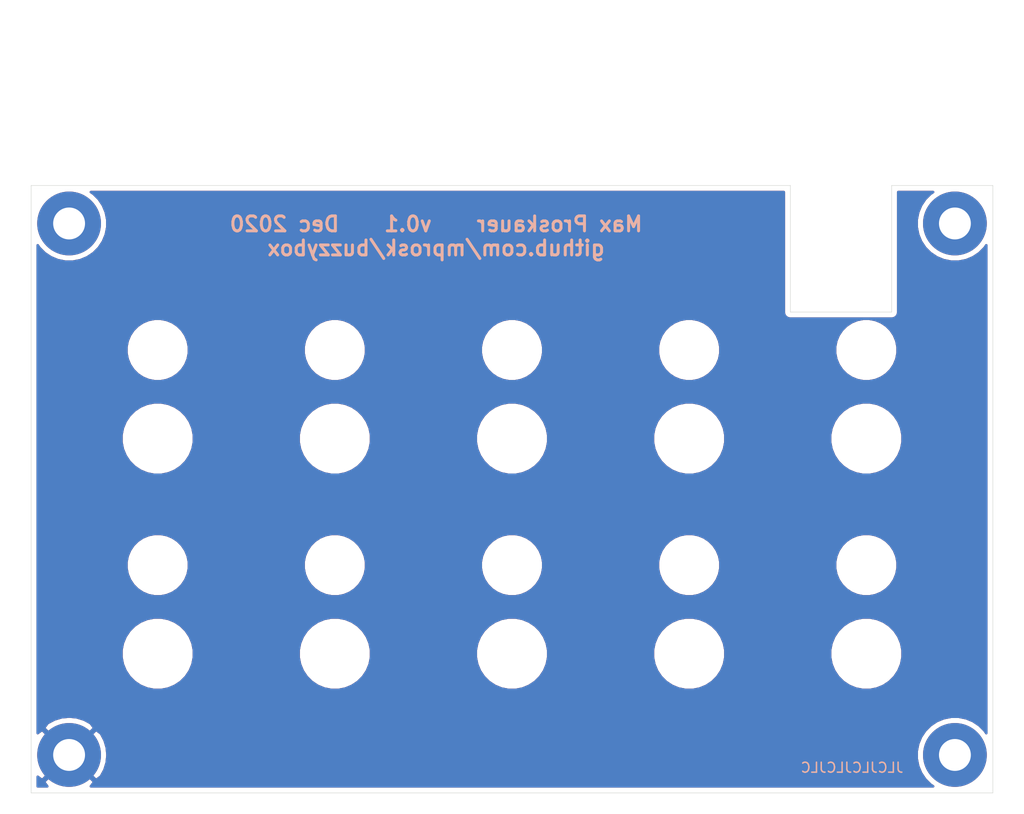
<source format=kicad_pcb>
(kicad_pcb (version 20171130) (host pcbnew "(5.1.4)-1")

  (general
    (thickness 1.6)
    (drawings 246)
    (tracks 0)
    (zones 0)
    (modules 24)
    (nets 5)
  )

  (page A4)
  (layers
    (0 F.Cu signal)
    (31 B.Cu signal)
    (32 B.Adhes user)
    (33 F.Adhes user)
    (34 B.Paste user)
    (35 F.Paste user)
    (36 B.SilkS user)
    (37 F.SilkS user)
    (38 B.Mask user)
    (39 F.Mask user)
    (40 Dwgs.User user)
    (41 Cmts.User user)
    (42 Eco1.User user)
    (43 Eco2.User user)
    (44 Edge.Cuts user)
    (45 Margin user)
    (46 B.CrtYd user)
    (47 F.CrtYd user)
    (48 B.Fab user)
    (49 F.Fab user)
  )

  (setup
    (last_trace_width 0.25)
    (trace_clearance 0.2)
    (zone_clearance 0.508)
    (zone_45_only no)
    (trace_min 0.2)
    (via_size 0.8)
    (via_drill 0.4)
    (via_min_size 0.4)
    (via_min_drill 0.3)
    (uvia_size 0.3)
    (uvia_drill 0.1)
    (uvias_allowed no)
    (uvia_min_size 0.2)
    (uvia_min_drill 0.1)
    (edge_width 0.05)
    (segment_width 0.2)
    (pcb_text_width 0.3)
    (pcb_text_size 1.5 1.5)
    (mod_edge_width 0.12)
    (mod_text_size 1 1)
    (mod_text_width 0.15)
    (pad_size 1.524 1.524)
    (pad_drill 0.762)
    (pad_to_mask_clearance 0.051)
    (solder_mask_min_width 0.25)
    (aux_axis_origin 0 0)
    (visible_elements 7FFFFFFF)
    (pcbplotparams
      (layerselection 0x010fc_ffffffff)
      (usegerberextensions false)
      (usegerberattributes false)
      (usegerberadvancedattributes false)
      (creategerberjobfile false)
      (excludeedgelayer true)
      (linewidth 0.100000)
      (plotframeref false)
      (viasonmask false)
      (mode 1)
      (useauxorigin false)
      (hpglpennumber 1)
      (hpglpenspeed 20)
      (hpglpendiameter 15.000000)
      (psnegative false)
      (psa4output false)
      (plotreference true)
      (plotvalue true)
      (plotinvisibletext false)
      (padsonsilk false)
      (subtractmaskfromsilk false)
      (outputformat 1)
      (mirror false)
      (drillshape 1)
      (scaleselection 1)
      (outputdirectory ""))
  )

  (net 0 "")
  (net 1 "Net-(H1-Pad1)")
  (net 2 "Net-(H2-Pad1)")
  (net 3 "Net-(H3-Pad1)")
  (net 4 "Net-(H4-Pad1)")

  (net_class Default "This is the default net class."
    (clearance 0.2)
    (trace_width 0.25)
    (via_dia 0.8)
    (via_drill 0.4)
    (uvia_dia 0.3)
    (uvia_drill 0.1)
    (add_net "Net-(H1-Pad1)")
    (add_net "Net-(H2-Pad1)")
    (add_net "Net-(H3-Pad1)")
    (add_net "Net-(H4-Pad1)")
  )

  (module MountingHole:MountingHole_6.4mm_M6 (layer F.Cu) (tedit 56D1B4CB) (tstamp 5FD983A5)
    (at 185.42 87.63)
    (descr "Mounting Hole 6.4mm, no annular, M6")
    (tags "mounting hole 6.4mm no annular m6")
    (path /5FD9CBAA)
    (attr virtual)
    (fp_text reference R10 (at 0 -7.4) (layer F.SilkS) hide
      (effects (font (size 1 1) (thickness 0.15)))
    )
    (fp_text value POT (at 0 7.4) (layer F.Fab)
      (effects (font (size 1 1) (thickness 0.15)))
    )
    (fp_circle (center 0 0) (end 6.65 0) (layer F.CrtYd) (width 0.05))
    (fp_circle (center 0 0) (end 6.4 0) (layer Cmts.User) (width 0.15))
    (fp_text user %R (at 0.3 0) (layer F.Fab)
      (effects (font (size 1 1) (thickness 0.15)))
    )
    (pad 1 np_thru_hole circle (at 0 0) (size 6.4 6.4) (drill 6.4) (layers *.Cu *.Mask))
  )

  (module MountingHole:MountingHole_6.4mm_M6 (layer F.Cu) (tedit 56D1B4CB) (tstamp 5FD9839D)
    (at 167.64 87.63)
    (descr "Mounting Hole 6.4mm, no annular, M6")
    (tags "mounting hole 6.4mm no annular m6")
    (path /5FD9CBA4)
    (attr virtual)
    (fp_text reference R9 (at 0 -7.4) (layer F.SilkS) hide
      (effects (font (size 1 1) (thickness 0.15)))
    )
    (fp_text value POT (at 0 7.4) (layer F.Fab)
      (effects (font (size 1 1) (thickness 0.15)))
    )
    (fp_circle (center 0 0) (end 6.65 0) (layer F.CrtYd) (width 0.05))
    (fp_circle (center 0 0) (end 6.4 0) (layer Cmts.User) (width 0.15))
    (fp_text user %R (at 0.3 0) (layer F.Fab)
      (effects (font (size 1 1) (thickness 0.15)))
    )
    (pad 1 np_thru_hole circle (at 0 0) (size 6.4 6.4) (drill 6.4) (layers *.Cu *.Mask))
  )

  (module MountingHole:MountingHole_6.4mm_M6 (layer F.Cu) (tedit 56D1B4CB) (tstamp 5FD98599)
    (at 149.86 87.63)
    (descr "Mounting Hole 6.4mm, no annular, M6")
    (tags "mounting hole 6.4mm no annular m6")
    (path /5FD9CB9E)
    (attr virtual)
    (fp_text reference R8 (at 0 -7.4) (layer F.SilkS) hide
      (effects (font (size 1 1) (thickness 0.15)))
    )
    (fp_text value POT (at 0 7.4) (layer F.Fab)
      (effects (font (size 1 1) (thickness 0.15)))
    )
    (fp_circle (center 0 0) (end 6.65 0) (layer F.CrtYd) (width 0.05))
    (fp_circle (center 0 0) (end 6.4 0) (layer Cmts.User) (width 0.15))
    (fp_text user %R (at 0.3 0) (layer F.Fab)
      (effects (font (size 1 1) (thickness 0.15)))
    )
    (pad 1 np_thru_hole circle (at 0 0) (size 6.4 6.4) (drill 6.4) (layers *.Cu *.Mask))
  )

  (module MountingHole:MountingHole_6.4mm_M6 (layer F.Cu) (tedit 56D1B4CB) (tstamp 5FD9838D)
    (at 132.08 87.63)
    (descr "Mounting Hole 6.4mm, no annular, M6")
    (tags "mounting hole 6.4mm no annular m6")
    (path /5FD9CB98)
    (attr virtual)
    (fp_text reference R7 (at 0 -7.4) (layer F.SilkS) hide
      (effects (font (size 1 1) (thickness 0.15)))
    )
    (fp_text value POT (at 0 7.4) (layer F.Fab)
      (effects (font (size 1 1) (thickness 0.15)))
    )
    (fp_circle (center 0 0) (end 6.65 0) (layer F.CrtYd) (width 0.05))
    (fp_circle (center 0 0) (end 6.4 0) (layer Cmts.User) (width 0.15))
    (fp_text user %R (at 0.3 0) (layer F.Fab)
      (effects (font (size 1 1) (thickness 0.15)))
    )
    (pad 1 np_thru_hole circle (at 0 0) (size 6.4 6.4) (drill 6.4) (layers *.Cu *.Mask))
  )

  (module MountingHole:MountingHole_6.4mm_M6 (layer F.Cu) (tedit 56D1B4CB) (tstamp 5FD98385)
    (at 114.3 87.63)
    (descr "Mounting Hole 6.4mm, no annular, M6")
    (tags "mounting hole 6.4mm no annular m6")
    (path /5FD9CB92)
    (attr virtual)
    (fp_text reference R6 (at 0 -7.4) (layer F.SilkS) hide
      (effects (font (size 1 1) (thickness 0.15)))
    )
    (fp_text value POT (at 0 7.4) (layer F.Fab)
      (effects (font (size 1 1) (thickness 0.15)))
    )
    (fp_circle (center 0 0) (end 6.65 0) (layer F.CrtYd) (width 0.05))
    (fp_circle (center 0 0) (end 6.4 0) (layer Cmts.User) (width 0.15))
    (fp_text user %R (at 0.3 0) (layer F.Fab)
      (effects (font (size 1 1) (thickness 0.15)))
    )
    (pad 1 np_thru_hole circle (at 0 0) (size 6.4 6.4) (drill 6.4) (layers *.Cu *.Mask))
  )

  (module MountingHole:MountingHole_6.4mm_M6 (layer F.Cu) (tedit 56D1B4CB) (tstamp 5FD9837D)
    (at 185.42 66.04)
    (descr "Mounting Hole 6.4mm, no annular, M6")
    (tags "mounting hole 6.4mm no annular m6")
    (path /5FD9B4E8)
    (attr virtual)
    (fp_text reference R5 (at 0 -7.4) (layer F.SilkS) hide
      (effects (font (size 1 1) (thickness 0.15)))
    )
    (fp_text value POT (at 0 7.4) (layer F.Fab)
      (effects (font (size 1 1) (thickness 0.15)))
    )
    (fp_circle (center 0 0) (end 6.65 0) (layer F.CrtYd) (width 0.05))
    (fp_circle (center 0 0) (end 6.4 0) (layer Cmts.User) (width 0.15))
    (fp_text user %R (at 0.3 0) (layer F.Fab)
      (effects (font (size 1 1) (thickness 0.15)))
    )
    (pad 1 np_thru_hole circle (at 0 0) (size 6.4 6.4) (drill 6.4) (layers *.Cu *.Mask))
  )

  (module MountingHole:MountingHole_6.4mm_M6 (layer F.Cu) (tedit 56D1B4CB) (tstamp 5FD98375)
    (at 167.64 66.04)
    (descr "Mounting Hole 6.4mm, no annular, M6")
    (tags "mounting hole 6.4mm no annular m6")
    (path /5FD9B265)
    (attr virtual)
    (fp_text reference R4 (at 0 -7.4) (layer F.SilkS) hide
      (effects (font (size 1 1) (thickness 0.15)))
    )
    (fp_text value POT (at 0 7.4) (layer F.Fab)
      (effects (font (size 1 1) (thickness 0.15)))
    )
    (fp_circle (center 0 0) (end 6.65 0) (layer F.CrtYd) (width 0.05))
    (fp_circle (center 0 0) (end 6.4 0) (layer Cmts.User) (width 0.15))
    (fp_text user %R (at 0.3 0) (layer F.Fab)
      (effects (font (size 1 1) (thickness 0.15)))
    )
    (pad 1 np_thru_hole circle (at 0 0) (size 6.4 6.4) (drill 6.4) (layers *.Cu *.Mask))
  )

  (module MountingHole:MountingHole_6.4mm_M6 (layer F.Cu) (tedit 56D1B4CB) (tstamp 5FD9836D)
    (at 149.86 66.04)
    (descr "Mounting Hole 6.4mm, no annular, M6")
    (tags "mounting hole 6.4mm no annular m6")
    (path /5FD9B03D)
    (attr virtual)
    (fp_text reference R3 (at 0 -7.4) (layer F.SilkS) hide
      (effects (font (size 1 1) (thickness 0.15)))
    )
    (fp_text value POT (at 0 7.4) (layer F.Fab)
      (effects (font (size 1 1) (thickness 0.15)))
    )
    (fp_circle (center 0 0) (end 6.65 0) (layer F.CrtYd) (width 0.05))
    (fp_circle (center 0 0) (end 6.4 0) (layer Cmts.User) (width 0.15))
    (fp_text user %R (at 0.3 0) (layer F.Fab)
      (effects (font (size 1 1) (thickness 0.15)))
    )
    (pad 1 np_thru_hole circle (at 0 0) (size 6.4 6.4) (drill 6.4) (layers *.Cu *.Mask))
  )

  (module MountingHole:MountingHole_6.4mm_M6 (layer F.Cu) (tedit 56D1B4CB) (tstamp 5FD98365)
    (at 132.08 66.04)
    (descr "Mounting Hole 6.4mm, no annular, M6")
    (tags "mounting hole 6.4mm no annular m6")
    (path /5FD9AE22)
    (attr virtual)
    (fp_text reference R2 (at 0 -7.4) (layer F.SilkS) hide
      (effects (font (size 1 1) (thickness 0.15)))
    )
    (fp_text value POT (at 0 7.4) (layer F.Fab)
      (effects (font (size 1 1) (thickness 0.15)))
    )
    (fp_circle (center 0 0) (end 6.65 0) (layer F.CrtYd) (width 0.05))
    (fp_circle (center 0 0) (end 6.4 0) (layer Cmts.User) (width 0.15))
    (fp_text user %R (at 0.3 0) (layer F.Fab)
      (effects (font (size 1 1) (thickness 0.15)))
    )
    (pad 1 np_thru_hole circle (at 0 0) (size 6.4 6.4) (drill 6.4) (layers *.Cu *.Mask))
  )

  (module MountingHole:MountingHole_6.4mm_M6 (layer F.Cu) (tedit 56D1B4CB) (tstamp 5FD9835D)
    (at 114.3 66.04)
    (descr "Mounting Hole 6.4mm, no annular, M6")
    (tags "mounting hole 6.4mm no annular m6")
    (path /5FD9A42C)
    (attr virtual)
    (fp_text reference R1 (at 0 -1.27) (layer F.SilkS) hide
      (effects (font (size 1 1) (thickness 0.15)))
    )
    (fp_text value POT (at 0 7.4) (layer F.Fab)
      (effects (font (size 1 1) (thickness 0.15)))
    )
    (fp_circle (center 0 0) (end 6.65 0) (layer F.CrtYd) (width 0.05))
    (fp_circle (center 0 0) (end 6.4 0) (layer Cmts.User) (width 0.15))
    (fp_text user %R (at 0.3 0) (layer F.Fab)
      (effects (font (size 1 1) (thickness 0.15)))
    )
    (pad 1 np_thru_hole circle (at 0 0) (size 6.4 6.4) (drill 6.4) (layers *.Cu *.Mask))
  )

  (module MountingHole:MountingHole_5mm (layer F.Cu) (tedit 56D1B4CB) (tstamp 5FD980E4)
    (at 185.42 78.74)
    (descr "Mounting Hole 5mm, no annular")
    (tags "mounting hole 5mm no annular")
    (path /5FD97FA1)
    (attr virtual)
    (fp_text reference D10 (at 0 -6) (layer F.SilkS) hide
      (effects (font (size 1 1) (thickness 0.15)))
    )
    (fp_text value LED (at 0 3.81) (layer F.Fab)
      (effects (font (size 1 1) (thickness 0.15)))
    )
    (fp_circle (center 0 0) (end 5.25 0) (layer F.CrtYd) (width 0.05))
    (fp_circle (center 0 0) (end 5 0) (layer Cmts.User) (width 0.15))
    (fp_text user %R (at -0.48 0) (layer F.Fab)
      (effects (font (size 1 1) (thickness 0.15)))
    )
    (pad 1 np_thru_hole circle (at 0 0) (size 5 5) (drill 5) (layers *.Cu *.Mask))
  )

  (module MountingHole:MountingHole_5mm (layer F.Cu) (tedit 56D1B4CB) (tstamp 5FD980DC)
    (at 167.64 78.74)
    (descr "Mounting Hole 5mm, no annular")
    (tags "mounting hole 5mm no annular")
    (path /5FD97F9B)
    (attr virtual)
    (fp_text reference D9 (at 0 -6) (layer F.SilkS) hide
      (effects (font (size 1 1) (thickness 0.15)))
    )
    (fp_text value LED (at 0 3.81) (layer F.Fab)
      (effects (font (size 1 1) (thickness 0.15)))
    )
    (fp_circle (center 0 0) (end 5.25 0) (layer F.CrtYd) (width 0.05))
    (fp_circle (center 0 0) (end 5 0) (layer Cmts.User) (width 0.15))
    (fp_text user %R (at 0.3 0) (layer F.Fab)
      (effects (font (size 1 1) (thickness 0.15)))
    )
    (pad 1 np_thru_hole circle (at 0 0) (size 5 5) (drill 5) (layers *.Cu *.Mask))
  )

  (module MountingHole:MountingHole_5mm (layer F.Cu) (tedit 56D1B4CB) (tstamp 5FD980D4)
    (at 149.86 78.74)
    (descr "Mounting Hole 5mm, no annular")
    (tags "mounting hole 5mm no annular")
    (path /5FD97F95)
    (attr virtual)
    (fp_text reference D8 (at 0 -6) (layer F.SilkS) hide
      (effects (font (size 1 1) (thickness 0.15)))
    )
    (fp_text value LED (at 0 3.81) (layer F.Fab)
      (effects (font (size 1 1) (thickness 0.15)))
    )
    (fp_circle (center 0 0) (end 5.25 0) (layer F.CrtYd) (width 0.05))
    (fp_circle (center 0 0) (end 5 0) (layer Cmts.User) (width 0.15))
    (fp_text user %R (at 0.3 0) (layer F.Fab)
      (effects (font (size 1 1) (thickness 0.15)))
    )
    (pad 1 np_thru_hole circle (at 0 0) (size 5 5) (drill 5) (layers *.Cu *.Mask))
  )

  (module MountingHole:MountingHole_5mm (layer F.Cu) (tedit 56D1B4CB) (tstamp 5FD980CC)
    (at 132.08 78.74)
    (descr "Mounting Hole 5mm, no annular")
    (tags "mounting hole 5mm no annular")
    (path /5FD97F8F)
    (attr virtual)
    (fp_text reference D7 (at 0 -6) (layer F.SilkS) hide
      (effects (font (size 1 1) (thickness 0.15)))
    )
    (fp_text value LED (at 0 3.81) (layer F.Fab)
      (effects (font (size 1 1) (thickness 0.15)))
    )
    (fp_circle (center 0 0) (end 5.25 0) (layer F.CrtYd) (width 0.05))
    (fp_circle (center 0 0) (end 5 0) (layer Cmts.User) (width 0.15))
    (fp_text user %R (at 0.3 0) (layer F.Fab)
      (effects (font (size 1 1) (thickness 0.15)))
    )
    (pad 1 np_thru_hole circle (at 0 0) (size 5 5) (drill 5) (layers *.Cu *.Mask))
  )

  (module MountingHole:MountingHole_5mm (layer F.Cu) (tedit 56D1B4CB) (tstamp 5FD980C4)
    (at 114.3 78.74)
    (descr "Mounting Hole 5mm, no annular")
    (tags "mounting hole 5mm no annular")
    (path /5FD97F89)
    (attr virtual)
    (fp_text reference D6 (at 0 -6) (layer F.SilkS) hide
      (effects (font (size 1 1) (thickness 0.15)))
    )
    (fp_text value LED (at 0 3.81) (layer F.Fab)
      (effects (font (size 1 1) (thickness 0.15)))
    )
    (fp_circle (center 0 0) (end 5.25 0) (layer F.CrtYd) (width 0.05))
    (fp_circle (center 0 0) (end 5 0) (layer Cmts.User) (width 0.15))
    (fp_text user %R (at 0.3 0) (layer F.Fab)
      (effects (font (size 1 1) (thickness 0.15)))
    )
    (pad 1 np_thru_hole circle (at 0 0) (size 5 5) (drill 5) (layers *.Cu *.Mask))
  )

  (module MountingHole:MountingHole_5mm (layer F.Cu) (tedit 56D1B4CB) (tstamp 5FD980BC)
    (at 185.42 57.15)
    (descr "Mounting Hole 5mm, no annular")
    (tags "mounting hole 5mm no annular")
    (path /5FD95D98)
    (attr virtual)
    (fp_text reference D5 (at 0 -1.27) (layer F.SilkS) hide
      (effects (font (size 1 1) (thickness 0.15)))
    )
    (fp_text value LED (at 0 3.81) (layer F.Fab)
      (effects (font (size 1 1) (thickness 0.15)))
    )
    (fp_circle (center 0 0) (end 5.25 0) (layer F.CrtYd) (width 0.05))
    (fp_circle (center 0 0) (end 5 0) (layer Cmts.User) (width 0.15))
    (fp_text user %R (at 0.3 0) (layer F.Fab)
      (effects (font (size 1 1) (thickness 0.15)))
    )
    (pad 1 np_thru_hole circle (at 0 0) (size 5 5) (drill 5) (layers *.Cu *.Mask))
  )

  (module MountingHole:MountingHole_5mm (layer F.Cu) (tedit 56D1B4CB) (tstamp 5FD980B4)
    (at 167.64 57.15)
    (descr "Mounting Hole 5mm, no annular")
    (tags "mounting hole 5mm no annular")
    (path /5FD95B63)
    (attr virtual)
    (fp_text reference D4 (at 0 -1.27) (layer F.SilkS) hide
      (effects (font (size 1 1) (thickness 0.15)))
    )
    (fp_text value LED (at 0 3.81) (layer F.Fab)
      (effects (font (size 1 1) (thickness 0.15)))
    )
    (fp_circle (center 0 0) (end 5.25 0) (layer F.CrtYd) (width 0.05))
    (fp_circle (center 0 0) (end 5 0) (layer Cmts.User) (width 0.15))
    (fp_text user %R (at 0.3 0) (layer F.Fab)
      (effects (font (size 1 1) (thickness 0.15)))
    )
    (pad 1 np_thru_hole circle (at 0 0) (size 5 5) (drill 5) (layers *.Cu *.Mask))
  )

  (module MountingHole:MountingHole_5mm (layer F.Cu) (tedit 56D1B4CB) (tstamp 5FD980AC)
    (at 149.86 57.15)
    (descr "Mounting Hole 5mm, no annular")
    (tags "mounting hole 5mm no annular")
    (path /5FD95934)
    (attr virtual)
    (fp_text reference D3 (at 0 -1.27) (layer F.SilkS) hide
      (effects (font (size 1 1) (thickness 0.15)))
    )
    (fp_text value LED (at 0 3.81) (layer F.Fab)
      (effects (font (size 1 1) (thickness 0.15)))
    )
    (fp_circle (center 0 0) (end 5.25 0) (layer F.CrtYd) (width 0.05))
    (fp_circle (center 0 0) (end 5 0) (layer Cmts.User) (width 0.15))
    (fp_text user %R (at 0.3 0) (layer F.Fab)
      (effects (font (size 1 1) (thickness 0.15)))
    )
    (pad 1 np_thru_hole circle (at 0 0) (size 5 5) (drill 5) (layers *.Cu *.Mask))
  )

  (module MountingHole:MountingHole_5mm (layer F.Cu) (tedit 56D1B4CB) (tstamp 5FD980A4)
    (at 132.08 57.15)
    (descr "Mounting Hole 5mm, no annular")
    (tags "mounting hole 5mm no annular")
    (path /5FD956CA)
    (attr virtual)
    (fp_text reference D2 (at 0 -1.27) (layer F.SilkS) hide
      (effects (font (size 1 1) (thickness 0.15)))
    )
    (fp_text value LED (at 0 3.81) (layer F.Fab)
      (effects (font (size 1 1) (thickness 0.15)))
    )
    (fp_circle (center 0 0) (end 5.25 0) (layer F.CrtYd) (width 0.05))
    (fp_circle (center 0 0) (end 5 0) (layer Cmts.User) (width 0.15))
    (fp_text user %R (at 0.3 0) (layer F.Fab)
      (effects (font (size 1 1) (thickness 0.15)))
    )
    (pad 1 np_thru_hole circle (at 0 0) (size 5 5) (drill 5) (layers *.Cu *.Mask))
  )

  (module MountingHole:MountingHole_5mm (layer F.Cu) (tedit 56D1B4CB) (tstamp 5FD9809C)
    (at 114.3 57.15)
    (descr "Mounting Hole 5mm, no annular")
    (tags "mounting hole 5mm no annular")
    (path /5FD94DEE)
    (attr virtual)
    (fp_text reference D1 (at 0 -1.27) (layer F.SilkS) hide
      (effects (font (size 1 1) (thickness 0.15)))
    )
    (fp_text value LED (at 0 3.81) (layer F.Fab)
      (effects (font (size 1 1) (thickness 0.15)))
    )
    (fp_circle (center 0 0) (end 5.25 0) (layer F.CrtYd) (width 0.05))
    (fp_circle (center 0 0) (end 5 0) (layer Cmts.User) (width 0.15))
    (fp_text user %R (at 0.3 0) (layer F.Fab)
      (effects (font (size 1 1) (thickness 0.15)))
    )
    (pad 1 np_thru_hole circle (at 0 0) (size 5 5) (drill 5) (layers *.Cu *.Mask))
  )

  (module MountingHole:MountingHole_3.2mm_M3_Pad (layer F.Cu) (tedit 56D1B4CB) (tstamp 5FD97F6A)
    (at 105.41 97.79)
    (descr "Mounting Hole 3.2mm, M3")
    (tags "mounting hole 3.2mm m3")
    (path /5FD93666)
    (attr virtual)
    (fp_text reference H4 (at 0 5.08) (layer F.SilkS) hide
      (effects (font (size 1 1) (thickness 0.15)))
    )
    (fp_text value MountingHole_Pad (at 0 5.08) (layer F.Fab)
      (effects (font (size 1 1) (thickness 0.15)))
    )
    (fp_circle (center 0 0) (end 3.45 0) (layer F.CrtYd) (width 0.05))
    (fp_circle (center 0 0) (end 3.2 0) (layer Cmts.User) (width 0.15))
    (fp_text user %R (at 0.3 0) (layer F.Fab)
      (effects (font (size 1 1) (thickness 0.15)))
    )
    (pad 1 thru_hole circle (at 0 0) (size 6.4 6.4) (drill 3.2) (layers *.Cu *.Mask)
      (net 4 "Net-(H4-Pad1)"))
  )

  (module MountingHole:MountingHole_3.2mm_M3_Pad (layer F.Cu) (tedit 56D1B4CB) (tstamp 5FD97F62)
    (at 194.31 97.79)
    (descr "Mounting Hole 3.2mm, M3")
    (tags "mounting hole 3.2mm m3")
    (path /5FD93390)
    (attr virtual)
    (fp_text reference H3 (at 0 5.08) (layer F.SilkS) hide
      (effects (font (size 1 1) (thickness 0.15)))
    )
    (fp_text value MountingHole_Pad (at 0 5.08) (layer F.Fab)
      (effects (font (size 1 1) (thickness 0.15)))
    )
    (fp_circle (center 0 0) (end 3.45 0) (layer F.CrtYd) (width 0.05))
    (fp_circle (center 0 0) (end 3.2 0) (layer Cmts.User) (width 0.15))
    (fp_text user %R (at -0.33 0) (layer F.Fab)
      (effects (font (size 1 1) (thickness 0.15)))
    )
    (pad 1 thru_hole circle (at 0 0) (size 6.4 6.4) (drill 3.2) (layers *.Cu *.Mask)
      (net 3 "Net-(H3-Pad1)"))
  )

  (module MountingHole:MountingHole_3.2mm_M3_Pad (layer F.Cu) (tedit 56D1B4CB) (tstamp 5FD97F5A)
    (at 194.31 44.45)
    (descr "Mounting Hole 3.2mm, M3")
    (tags "mounting hole 3.2mm m3")
    (path /5FD930FC)
    (attr virtual)
    (fp_text reference H2 (at 0 -5.08) (layer F.SilkS) hide
      (effects (font (size 1 1) (thickness 0.15)))
    )
    (fp_text value MountingHole_Pad (at 0 -5.08) (layer F.Fab)
      (effects (font (size 1 1) (thickness 0.15)))
    )
    (fp_circle (center 0 0) (end 3.45 0) (layer F.CrtYd) (width 0.05))
    (fp_circle (center 0 0) (end 3.2 0) (layer Cmts.User) (width 0.15))
    (fp_text user %R (at 0.3 0) (layer F.Fab)
      (effects (font (size 1 1) (thickness 0.15)))
    )
    (pad 1 thru_hole circle (at 0 0) (size 6.4 6.4) (drill 3.2) (layers *.Cu *.Mask)
      (net 2 "Net-(H2-Pad1)"))
  )

  (module MountingHole:MountingHole_3.2mm_M3_Pad (layer F.Cu) (tedit 56D1B4CB) (tstamp 5FD97F52)
    (at 105.41 44.45)
    (descr "Mounting Hole 3.2mm, M3")
    (tags "mounting hole 3.2mm m3")
    (path /5FD92B1F)
    (attr virtual)
    (fp_text reference H1 (at 0 -5.08) (layer F.SilkS) hide
      (effects (font (size 1 1) (thickness 0.15)))
    )
    (fp_text value MountingHole_Pad (at 0 -5.08) (layer F.Fab)
      (effects (font (size 1 1) (thickness 0.15)))
    )
    (fp_circle (center 0 0) (end 3.45 0) (layer F.CrtYd) (width 0.05))
    (fp_circle (center 0 0) (end 3.2 0) (layer Cmts.User) (width 0.15))
    (fp_text user %R (at 0.3 0) (layer F.Fab)
      (effects (font (size 1 1) (thickness 0.15)))
    )
    (pad 1 thru_hole circle (at 0 0) (size 6.4 6.4) (drill 3.2) (layers *.Cu *.Mask)
      (net 1 "Net-(H1-Pad1)"))
  )

  (gr_poly (pts (xy 168.91 46.355) (xy 168.91 47.117) (xy 169.672 47.117) (xy 169.672 46.355)) (layer F.Mask) (width 0.1) (tstamp 5FDC1E2F))
  (gr_poly (pts (xy 166.37 50.165) (xy 166.37 50.927) (xy 167.132 50.927) (xy 167.132 50.165)) (layer F.Mask) (width 0.1) (tstamp 5FDC1E2D))
  (gr_poly (pts (xy 167.64 47.625) (xy 167.64 48.387) (xy 168.402 48.387) (xy 168.402 47.625)) (layer F.Mask) (width 0.1) (tstamp 5FDC1E2C))
  (gr_poly (pts (xy 166.37 48.895) (xy 166.37 49.657) (xy 167.132 49.657) (xy 167.132 48.895)) (layer F.Mask) (width 0.1) (tstamp 5FDC1E29))
  (gr_poly (pts (xy 171.45 43.815) (xy 171.45 44.577) (xy 172.212 44.577) (xy 172.212 43.815)) (layer F.Mask) (width 0.1) (tstamp 5FDC1E26))
  (gr_poly (pts (xy 167.64 45.085) (xy 167.64 45.847) (xy 168.402 45.847) (xy 168.402 45.085)) (layer F.Mask) (width 0.1) (tstamp 5FDC1E24))
  (gr_poly (pts (xy 171.45 42.545) (xy 171.45 43.307) (xy 172.212 43.307) (xy 172.212 42.545)) (layer F.Mask) (width 0.1) (tstamp 5FDC1E22))
  (gr_poly (pts (xy 166.37 43.815) (xy 166.37 44.577) (xy 167.132 44.577) (xy 167.132 43.815)) (layer F.Mask) (width 0.1) (tstamp 5FDC1E19))
  (gr_poly (pts (xy 171.45 50.165) (xy 171.45 50.927) (xy 172.212 50.927) (xy 172.212 50.165)) (layer F.Mask) (width 0.1) (tstamp 5FDC1E17))
  (gr_poly (pts (xy 171.45 48.895) (xy 171.45 49.657) (xy 172.212 49.657) (xy 172.212 48.895)) (layer F.Mask) (width 0.1) (tstamp 5FDC1E15))
  (gr_poly (pts (xy 170.18 47.625) (xy 170.18 48.387) (xy 170.942 48.387) (xy 170.942 47.625)) (layer F.Mask) (width 0.1) (tstamp 5FDC1E13))
  (gr_poly (pts (xy 166.37 42.545) (xy 166.37 43.307) (xy 167.132 43.307) (xy 167.132 42.545)) (layer F.Mask) (width 0.1) (tstamp 5FDC1E0F))
  (gr_poly (pts (xy 170.18 45.085) (xy 170.18 45.847) (xy 170.942 45.847) (xy 170.942 45.085)) (layer F.Mask) (width 0.1) (tstamp 5FDC1E0D))
  (gr_poly (pts (xy 161.29 42.545) (xy 161.29 43.307) (xy 162.052 43.307) (xy 162.052 42.545)) (layer F.Mask) (width 0.1) (tstamp 5FDC1E2E))
  (gr_poly (pts (xy 161.29 50.165) (xy 161.29 50.927) (xy 162.052 50.927) (xy 162.052 50.165)) (layer F.Mask) (width 0.1) (tstamp 5FDC1E2B))
  (gr_poly (pts (xy 158.75 48.895) (xy 158.75 49.657) (xy 159.512 49.657) (xy 159.512 48.895)) (layer F.Mask) (width 0.1) (tstamp 5FDC1E29))
  (gr_poly (pts (xy 162.56 42.545) (xy 162.56 43.307) (xy 163.322 43.307) (xy 163.322 42.545)) (layer F.Mask) (width 0.1) (tstamp 5FDC1E28))
  (gr_poly (pts (xy 160.02 42.545) (xy 160.02 43.307) (xy 160.782 43.307) (xy 160.782 42.545)) (layer F.Mask) (width 0.1) (tstamp 5FDC1E27))
  (gr_poly (pts (xy 163.83 43.815) (xy 163.83 44.577) (xy 164.592 44.577) (xy 164.592 43.815)) (layer F.Mask) (width 0.1) (tstamp 5FDC1E26))
  (gr_poly (pts (xy 158.75 45.085) (xy 158.75 45.847) (xy 159.512 45.847) (xy 159.512 45.085)) (layer F.Mask) (width 0.1) (tstamp 5FDC1E23))
  (gr_poly (pts (xy 158.75 46.355) (xy 158.75 47.117) (xy 159.512 47.117) (xy 159.512 46.355)) (layer F.Mask) (width 0.1) (tstamp 5FDC1E20))
  (gr_poly (pts (xy 163.83 46.355) (xy 163.83 47.117) (xy 164.592 47.117) (xy 164.592 46.355)) (layer F.Mask) (width 0.1) (tstamp 5FDC1E1F))
  (gr_poly (pts (xy 162.56 50.165) (xy 162.56 50.927) (xy 163.322 50.927) (xy 163.322 50.165)) (layer F.Mask) (width 0.1) (tstamp 5FDC1E1D))
  (gr_poly (pts (xy 158.75 47.625) (xy 158.75 48.387) (xy 159.512 48.387) (xy 159.512 47.625)) (layer F.Mask) (width 0.1) (tstamp 5FDC1E1C))
  (gr_poly (pts (xy 158.75 43.815) (xy 158.75 44.577) (xy 159.512 44.577) (xy 159.512 43.815)) (layer F.Mask) (width 0.1) (tstamp 5FDC1E19))
  (gr_poly (pts (xy 163.83 45.085) (xy 163.83 45.847) (xy 164.592 45.847) (xy 164.592 45.085)) (layer F.Mask) (width 0.1) (tstamp 5FDC1E18))
  (gr_poly (pts (xy 163.83 47.625) (xy 163.83 48.387) (xy 164.592 48.387) (xy 164.592 47.625)) (layer F.Mask) (width 0.1) (tstamp 5FDC1E16))
  (gr_poly (pts (xy 163.83 48.895) (xy 163.83 49.657) (xy 164.592 49.657) (xy 164.592 48.895)) (layer F.Mask) (width 0.1) (tstamp 5FDC1E15))
  (gr_poly (pts (xy 160.02 50.165) (xy 160.02 50.927) (xy 160.782 50.927) (xy 160.782 50.165)) (layer F.Mask) (width 0.1) (tstamp 5FDC1E0E))
  (gr_poly (pts (xy 153.67 46.355) (xy 153.67 47.117) (xy 154.432 47.117) (xy 154.432 46.355)) (layer F.Mask) (width 0.1) (tstamp 5FDC1E2F))
  (gr_poly (pts (xy 153.67 42.545) (xy 153.67 43.307) (xy 154.432 43.307) (xy 154.432 42.545)) (layer F.Mask) (width 0.1) (tstamp 5FDC1E2E))
  (gr_poly (pts (xy 151.13 50.165) (xy 151.13 50.927) (xy 151.892 50.927) (xy 151.892 50.165)) (layer F.Mask) (width 0.1) (tstamp 5FDC1E2D))
  (gr_poly (pts (xy 153.67 50.165) (xy 153.67 50.927) (xy 154.432 50.927) (xy 154.432 50.165)) (layer F.Mask) (width 0.1) (tstamp 5FDC1E2B))
  (gr_poly (pts (xy 151.13 48.895) (xy 151.13 49.657) (xy 151.892 49.657) (xy 151.892 48.895)) (layer F.Mask) (width 0.1) (tstamp 5FDC1E29))
  (gr_poly (pts (xy 154.94 42.545) (xy 154.94 43.307) (xy 155.702 43.307) (xy 155.702 42.545)) (layer F.Mask) (width 0.1) (tstamp 5FDC1E28))
  (gr_poly (pts (xy 152.4 42.545) (xy 152.4 43.307) (xy 153.162 43.307) (xy 153.162 42.545)) (layer F.Mask) (width 0.1) (tstamp 5FDC1E27))
  (gr_poly (pts (xy 156.21 43.815) (xy 156.21 44.577) (xy 156.972 44.577) (xy 156.972 43.815)) (layer F.Mask) (width 0.1) (tstamp 5FDC1E26))
  (gr_poly (pts (xy 151.13 45.085) (xy 151.13 45.847) (xy 151.892 45.847) (xy 151.892 45.085)) (layer F.Mask) (width 0.1) (tstamp 5FDC1E23))
  (gr_poly (pts (xy 151.13 46.355) (xy 151.13 47.117) (xy 151.892 47.117) (xy 151.892 46.355)) (layer F.Mask) (width 0.1) (tstamp 5FDC1E20))
  (gr_poly (pts (xy 154.94 50.165) (xy 154.94 50.927) (xy 155.702 50.927) (xy 155.702 50.165)) (layer F.Mask) (width 0.1) (tstamp 5FDC1E1D))
  (gr_poly (pts (xy 151.13 47.625) (xy 151.13 48.387) (xy 151.892 48.387) (xy 151.892 47.625)) (layer F.Mask) (width 0.1) (tstamp 5FDC1E1C))
  (gr_poly (pts (xy 154.94 46.355) (xy 154.94 47.117) (xy 155.702 47.117) (xy 155.702 46.355)) (layer F.Mask) (width 0.1) (tstamp 5FDC1E1B))
  (gr_poly (pts (xy 151.13 43.815) (xy 151.13 44.577) (xy 151.892 44.577) (xy 151.892 43.815)) (layer F.Mask) (width 0.1) (tstamp 5FDC1E19))
  (gr_poly (pts (xy 156.21 45.085) (xy 156.21 45.847) (xy 156.972 45.847) (xy 156.972 45.085)) (layer F.Mask) (width 0.1) (tstamp 5FDC1E18))
  (gr_poly (pts (xy 156.21 47.625) (xy 156.21 48.387) (xy 156.972 48.387) (xy 156.972 47.625)) (layer F.Mask) (width 0.1) (tstamp 5FDC1E16))
  (gr_poly (pts (xy 156.21 48.895) (xy 156.21 49.657) (xy 156.972 49.657) (xy 156.972 48.895)) (layer F.Mask) (width 0.1) (tstamp 5FDC1E15))
  (gr_poly (pts (xy 152.4 46.355) (xy 152.4 47.117) (xy 153.162 47.117) (xy 153.162 46.355)) (layer F.Mask) (width 0.1) (tstamp 5FDC1E12))
  (gr_poly (pts (xy 151.13 42.545) (xy 151.13 43.307) (xy 151.892 43.307) (xy 151.892 42.545)) (layer F.Mask) (width 0.1) (tstamp 5FDC1E0F))
  (gr_poly (pts (xy 152.4 50.165) (xy 152.4 50.927) (xy 153.162 50.927) (xy 153.162 50.165)) (layer F.Mask) (width 0.1) (tstamp 5FDC1E0E))
  (gr_poly (pts (xy 146.05 46.355) (xy 146.05 47.117) (xy 146.812 47.117) (xy 146.812 46.355)) (layer F.Mask) (width 0.1) (tstamp 5FDC1E2F))
  (gr_poly (pts (xy 146.05 50.165) (xy 146.05 50.927) (xy 146.812 50.927) (xy 146.812 50.165)) (layer F.Mask) (width 0.1) (tstamp 5FDC1E2B))
  (gr_poly (pts (xy 148.59 43.815) (xy 148.59 44.577) (xy 149.352 44.577) (xy 149.352 43.815)) (layer F.Mask) (width 0.1) (tstamp 5FDC1E26))
  (gr_poly (pts (xy 146.05 48.895) (xy 146.05 49.657) (xy 146.812 49.657) (xy 146.812 48.895)) (layer F.Mask) (width 0.1) (tstamp 5FDC1E25))
  (gr_poly (pts (xy 144.78 45.085) (xy 144.78 45.847) (xy 145.542 45.847) (xy 145.542 45.085)) (layer F.Mask) (width 0.1) (tstamp 5FDC1E24))
  (gr_poly (pts (xy 148.59 42.545) (xy 148.59 43.307) (xy 149.352 43.307) (xy 149.352 42.545)) (layer F.Mask) (width 0.1) (tstamp 5FDC1E22))
  (gr_poly (pts (xy 143.51 43.815) (xy 143.51 44.577) (xy 144.272 44.577) (xy 144.272 43.815)) (layer F.Mask) (width 0.1) (tstamp 5FDC1E19))
  (gr_poly (pts (xy 146.05 47.625) (xy 146.05 48.387) (xy 146.812 48.387) (xy 146.812 47.625)) (layer F.Mask) (width 0.1) (tstamp 5FDC1E11))
  (gr_poly (pts (xy 143.51 42.545) (xy 143.51 43.307) (xy 144.272 43.307) (xy 144.272 42.545)) (layer F.Mask) (width 0.1) (tstamp 5FDC1E0F))
  (gr_poly (pts (xy 147.32 45.085) (xy 147.32 45.847) (xy 148.082 45.847) (xy 148.082 45.085)) (layer F.Mask) (width 0.1) (tstamp 5FDC1E0D))
  (gr_poly (pts (xy 138.43 46.355) (xy 138.43 47.117) (xy 139.192 47.117) (xy 139.192 46.355)) (layer F.Mask) (width 0.1) (tstamp 5FDC1E2F))
  (gr_poly (pts (xy 138.43 42.545) (xy 138.43 43.307) (xy 139.192 43.307) (xy 139.192 42.545)) (layer F.Mask) (width 0.1) (tstamp 5FDC1E2E))
  (gr_poly (pts (xy 135.89 50.165) (xy 135.89 50.927) (xy 136.652 50.927) (xy 136.652 50.165)) (layer F.Mask) (width 0.1) (tstamp 5FDC1E2D))
  (gr_poly (pts (xy 137.16 47.625) (xy 137.16 48.387) (xy 137.922 48.387) (xy 137.922 47.625)) (layer F.Mask) (width 0.1) (tstamp 5FDC1E2C))
  (gr_poly (pts (xy 138.43 50.165) (xy 138.43 50.927) (xy 139.192 50.927) (xy 139.192 50.165)) (layer F.Mask) (width 0.1) (tstamp 5FDC1E2B))
  (gr_poly (pts (xy 135.89 48.895) (xy 135.89 49.657) (xy 136.652 49.657) (xy 136.652 48.895)) (layer F.Mask) (width 0.1) (tstamp 5FDC1E29))
  (gr_poly (pts (xy 139.7 42.545) (xy 139.7 43.307) (xy 140.462 43.307) (xy 140.462 42.545)) (layer F.Mask) (width 0.1) (tstamp 5FDC1E28))
  (gr_poly (pts (xy 137.16 42.545) (xy 137.16 43.307) (xy 137.922 43.307) (xy 137.922 42.545)) (layer F.Mask) (width 0.1) (tstamp 5FDC1E27))
  (gr_poly (pts (xy 140.97 43.815) (xy 140.97 44.577) (xy 141.732 44.577) (xy 141.732 43.815)) (layer F.Mask) (width 0.1) (tstamp 5FDC1E26))
  (gr_poly (pts (xy 140.97 42.545) (xy 140.97 43.307) (xy 141.732 43.307) (xy 141.732 42.545)) (layer F.Mask) (width 0.1) (tstamp 5FDC1E22))
  (gr_poly (pts (xy 139.7 50.165) (xy 139.7 50.927) (xy 140.462 50.927) (xy 140.462 50.165)) (layer F.Mask) (width 0.1) (tstamp 5FDC1E1D))
  (gr_poly (pts (xy 140.97 50.165) (xy 140.97 50.927) (xy 141.732 50.927) (xy 141.732 50.165)) (layer F.Mask) (width 0.1) (tstamp 5FDC1E17))
  (gr_poly (pts (xy 135.89 42.545) (xy 135.89 43.307) (xy 136.652 43.307) (xy 136.652 42.545)) (layer F.Mask) (width 0.1) (tstamp 5FDC1E0F))
  (gr_poly (pts (xy 137.16 50.165) (xy 137.16 50.927) (xy 137.922 50.927) (xy 137.922 50.165)) (layer F.Mask) (width 0.1) (tstamp 5FDC1E0E))
  (gr_poly (pts (xy 139.7 45.085) (xy 139.7 45.847) (xy 140.462 45.847) (xy 140.462 45.085)) (layer F.Mask) (width 0.1) (tstamp 5FDC1E0D))
  (gr_poly (pts (xy 130.81 46.355) (xy 130.81 47.117) (xy 131.572 47.117) (xy 131.572 46.355)) (layer F.Mask) (width 0.1) (tstamp 5FDC1E2F))
  (gr_poly (pts (xy 130.81 42.545) (xy 130.81 43.307) (xy 131.572 43.307) (xy 131.572 42.545)) (layer F.Mask) (width 0.1) (tstamp 5FDC1E2E))
  (gr_poly (pts (xy 128.27 50.165) (xy 128.27 50.927) (xy 129.032 50.927) (xy 129.032 50.165)) (layer F.Mask) (width 0.1) (tstamp 5FDC1E2D))
  (gr_poly (pts (xy 129.54 47.625) (xy 129.54 48.387) (xy 130.302 48.387) (xy 130.302 47.625)) (layer F.Mask) (width 0.1) (tstamp 5FDC1E2C))
  (gr_poly (pts (xy 130.81 50.165) (xy 130.81 50.927) (xy 131.572 50.927) (xy 131.572 50.165)) (layer F.Mask) (width 0.1) (tstamp 5FDC1E2B))
  (gr_poly (pts (xy 128.27 48.895) (xy 128.27 49.657) (xy 129.032 49.657) (xy 129.032 48.895)) (layer F.Mask) (width 0.1) (tstamp 5FDC1E29))
  (gr_poly (pts (xy 132.08 42.545) (xy 132.08 43.307) (xy 132.842 43.307) (xy 132.842 42.545)) (layer F.Mask) (width 0.1) (tstamp 5FDC1E28))
  (gr_poly (pts (xy 129.54 42.545) (xy 129.54 43.307) (xy 130.302 43.307) (xy 130.302 42.545)) (layer F.Mask) (width 0.1) (tstamp 5FDC1E27))
  (gr_poly (pts (xy 133.35 43.815) (xy 133.35 44.577) (xy 134.112 44.577) (xy 134.112 43.815)) (layer F.Mask) (width 0.1) (tstamp 5FDC1E26))
  (gr_poly (pts (xy 133.35 42.545) (xy 133.35 43.307) (xy 134.112 43.307) (xy 134.112 42.545)) (layer F.Mask) (width 0.1) (tstamp 5FDC1E22))
  (gr_poly (pts (xy 132.08 50.165) (xy 132.08 50.927) (xy 132.842 50.927) (xy 132.842 50.165)) (layer F.Mask) (width 0.1) (tstamp 5FDC1E1D))
  (gr_poly (pts (xy 133.35 50.165) (xy 133.35 50.927) (xy 134.112 50.927) (xy 134.112 50.165)) (layer F.Mask) (width 0.1) (tstamp 5FDC1E17))
  (gr_poly (pts (xy 128.27 42.545) (xy 128.27 43.307) (xy 129.032 43.307) (xy 129.032 42.545)) (layer F.Mask) (width 0.1) (tstamp 5FDC1E0F))
  (gr_poly (pts (xy 129.54 50.165) (xy 129.54 50.927) (xy 130.302 50.927) (xy 130.302 50.165)) (layer F.Mask) (width 0.1) (tstamp 5FDC1E0E))
  (gr_poly (pts (xy 132.08 45.085) (xy 132.08 45.847) (xy 132.842 45.847) (xy 132.842 45.085)) (layer F.Mask) (width 0.1) (tstamp 5FDC1E0D))
  (gr_poly (pts (xy 123.19 50.165) (xy 123.19 50.927) (xy 123.952 50.927) (xy 123.952 50.165)) (layer F.Mask) (width 0.1) (tstamp 5FDC1E2B))
  (gr_poly (pts (xy 120.65 48.895) (xy 120.65 49.657) (xy 121.412 49.657) (xy 121.412 48.895)) (layer F.Mask) (width 0.1) (tstamp 5FDC1E29))
  (gr_poly (pts (xy 125.73 43.815) (xy 125.73 44.577) (xy 126.492 44.577) (xy 126.492 43.815)) (layer F.Mask) (width 0.1) (tstamp 5FDC1E26))
  (gr_poly (pts (xy 120.65 45.085) (xy 120.65 45.847) (xy 121.412 45.847) (xy 121.412 45.085)) (layer F.Mask) (width 0.1) (tstamp 5FDC1E23))
  (gr_poly (pts (xy 125.73 42.545) (xy 125.73 43.307) (xy 126.492 43.307) (xy 126.492 42.545)) (layer F.Mask) (width 0.1) (tstamp 5FDC1E22))
  (gr_poly (pts (xy 120.65 46.355) (xy 120.65 47.117) (xy 121.412 47.117) (xy 121.412 46.355)) (layer F.Mask) (width 0.1) (tstamp 5FDC1E20))
  (gr_poly (pts (xy 125.73 46.355) (xy 125.73 47.117) (xy 126.492 47.117) (xy 126.492 46.355)) (layer F.Mask) (width 0.1) (tstamp 5FDC1E1F))
  (gr_poly (pts (xy 124.46 50.165) (xy 124.46 50.927) (xy 125.222 50.927) (xy 125.222 50.165)) (layer F.Mask) (width 0.1) (tstamp 5FDC1E1D))
  (gr_poly (pts (xy 120.65 47.625) (xy 120.65 48.387) (xy 121.412 48.387) (xy 121.412 47.625)) (layer F.Mask) (width 0.1) (tstamp 5FDC1E1C))
  (gr_poly (pts (xy 120.65 43.815) (xy 120.65 44.577) (xy 121.412 44.577) (xy 121.412 43.815)) (layer F.Mask) (width 0.1) (tstamp 5FDC1E19))
  (gr_poly (pts (xy 125.73 45.085) (xy 125.73 45.847) (xy 126.492 45.847) (xy 126.492 45.085)) (layer F.Mask) (width 0.1) (tstamp 5FDC1E18))
  (gr_poly (pts (xy 125.73 47.625) (xy 125.73 48.387) (xy 126.492 48.387) (xy 126.492 47.625)) (layer F.Mask) (width 0.1) (tstamp 5FDC1E16))
  (gr_poly (pts (xy 125.73 48.895) (xy 125.73 49.657) (xy 126.492 49.657) (xy 126.492 48.895)) (layer F.Mask) (width 0.1) (tstamp 5FDC1E15))
  (gr_poly (pts (xy 120.65 42.545) (xy 120.65 43.307) (xy 121.412 43.307) (xy 121.412 42.545)) (layer F.Mask) (width 0.1) (tstamp 5FDC1E0F))
  (gr_poly (pts (xy 121.92 50.165) (xy 121.92 50.927) (xy 122.682 50.927) (xy 122.682 50.165)) (layer F.Mask) (width 0.1) (tstamp 5FDC1E0E))
  (gr_poly (pts (xy 114.3 50.165) (xy 114.3 50.927) (xy 115.062 50.927) (xy 115.062 50.165)) (layer F.Mask) (width 0.1) (tstamp 5FDC1DF3))
  (gr_poly (pts (xy 113.03 50.165) (xy 113.03 50.927) (xy 113.792 50.927) (xy 113.792 50.165)) (layer F.Mask) (width 0.1) (tstamp 5FDC1DF2))
  (gr_poly (pts (xy 115.57 50.165) (xy 115.57 50.927) (xy 116.332 50.927) (xy 116.332 50.165)) (layer F.Mask) (width 0.1) (tstamp 5FDC1DF1))
  (gr_poly (pts (xy 116.84 50.165) (xy 116.84 50.927) (xy 117.602 50.927) (xy 117.602 50.165)) (layer F.Mask) (width 0.1) (tstamp 5FDC1DEF))
  (gr_poly (pts (xy 113.03 48.895) (xy 113.03 49.657) (xy 113.792 49.657) (xy 113.792 48.895)) (layer F.Mask) (width 0.1) (tstamp 5FDC1DF2))
  (gr_poly (pts (xy 118.11 48.895) (xy 118.11 49.657) (xy 118.872 49.657) (xy 118.872 48.895)) (layer F.Mask) (width 0.1) (tstamp 5FDC1DF0))
  (gr_poly (pts (xy 113.03 47.625) (xy 113.03 48.387) (xy 113.792 48.387) (xy 113.792 47.625)) (layer F.Mask) (width 0.1) (tstamp 5FDC1DF2))
  (gr_poly (pts (xy 118.11 47.625) (xy 118.11 48.387) (xy 118.872 48.387) (xy 118.872 47.625)) (layer F.Mask) (width 0.1) (tstamp 5FDC1DF0))
  (gr_poly (pts (xy 114.3 46.355) (xy 114.3 47.117) (xy 115.062 47.117) (xy 115.062 46.355)) (layer F.Mask) (width 0.1) (tstamp 5FDC1DF3))
  (gr_poly (pts (xy 113.03 46.355) (xy 113.03 47.117) (xy 113.792 47.117) (xy 113.792 46.355)) (layer F.Mask) (width 0.1) (tstamp 5FDC1DF2))
  (gr_poly (pts (xy 115.57 46.355) (xy 115.57 47.117) (xy 116.332 47.117) (xy 116.332 46.355)) (layer F.Mask) (width 0.1) (tstamp 5FDC1DF1))
  (gr_poly (pts (xy 116.84 46.355) (xy 116.84 47.117) (xy 117.602 47.117) (xy 117.602 46.355)) (layer F.Mask) (width 0.1) (tstamp 5FDC1DEF))
  (gr_poly (pts (xy 118.11 45.085) (xy 118.11 45.847) (xy 118.872 45.847) (xy 118.872 45.085)) (layer F.Mask) (width 0.1) (tstamp 5FDC1DE2))
  (gr_poly (pts (xy 118.11 43.815) (xy 118.11 44.577) (xy 118.872 44.577) (xy 118.872 43.815)) (layer F.Mask) (width 0.1) (tstamp 5FDC1DE2))
  (gr_poly (pts (xy 116.84 42.545) (xy 116.84 43.307) (xy 117.602 43.307) (xy 117.602 42.545)) (layer F.Mask) (width 0.1) (tstamp 5FDC1DDA))
  (gr_poly (pts (xy 113.03 45.085) (xy 113.03 45.847) (xy 113.792 45.847) (xy 113.792 45.085)) (layer F.Mask) (width 0.1) (tstamp 5FDC1DDA))
  (gr_poly (pts (xy 115.57 42.545) (xy 115.57 43.307) (xy 116.332 43.307) (xy 116.332 42.545)) (layer F.Mask) (width 0.1) (tstamp 5FDC1DDA))
  (gr_poly (pts (xy 113.03 43.815) (xy 113.03 44.577) (xy 113.792 44.577) (xy 113.792 43.815)) (layer F.Mask) (width 0.1) (tstamp 5FDC1DDA))
  (gr_poly (pts (xy 114.3 42.545) (xy 114.3 43.307) (xy 115.062 43.307) (xy 115.062 42.545)) (layer F.Mask) (width 0.1) (tstamp 5FDC1DDA))
  (gr_poly (pts (xy 113.03 42.545) (xy 113.03 43.307) (xy 113.792 43.307) (xy 113.792 42.545)) (layer F.Mask) (width 0.1) (tstamp 5FDC1DD1))
  (gr_poly (pts (xy 112.014 96.774) (xy 112.014 97.282) (xy 111.506 97.282) (xy 111.506 96.774)) (layer B.Mask) (width 0.1) (tstamp 5FD99C2A))
  (gr_poly (pts (xy 111.252 97.536) (xy 111.252 98.044) (xy 110.744 98.044) (xy 110.744 97.536)) (layer B.Mask) (width 0.1) (tstamp 5FD99C23))
  (gr_poly (pts (xy 113.538 95.25) (xy 113.538 95.758) (xy 113.03 95.758) (xy 113.03 95.25)) (layer B.Mask) (width 0.1) (tstamp 5FD99C18))
  (gr_poly (pts (xy 112.776 96.012) (xy 112.776 96.52) (xy 112.268 96.52) (xy 112.268 96.012)) (layer B.Mask) (width 0.1) (tstamp 5FD99C16))
  (gr_poly (pts (xy 113.538 99.822) (xy 113.538 100.33) (xy 113.03 100.33) (xy 113.03 99.822)) (layer B.Mask) (width 0.1) (tstamp 5FD99C14))
  (gr_poly (pts (xy 112.776 99.06) (xy 112.776 99.568) (xy 112.268 99.568) (xy 112.268 99.06)) (layer B.Mask) (width 0.1) (tstamp 5FD99C12))
  (gr_poly (pts (xy 112.014 98.298) (xy 112.014 98.806) (xy 111.506 98.806) (xy 111.506 98.298)) (layer B.Mask) (width 0.1) (tstamp 5FD99C0B))
  (gr_poly (pts (xy 115.824 99.06) (xy 115.824 99.568) (xy 115.316 99.568) (xy 115.316 99.06)) (layer B.Mask) (width 0.1) (tstamp 5FD99C29))
  (gr_poly (pts (xy 116.586 96.774) (xy 116.586 97.282) (xy 116.078 97.282) (xy 116.078 96.774)) (layer B.Mask) (width 0.1) (tstamp 5FD99C26))
  (gr_poly (pts (xy 116.586 98.298) (xy 116.586 98.806) (xy 116.078 98.806) (xy 116.078 98.298)) (layer B.Mask) (width 0.1) (tstamp 5FD99C1E))
  (gr_poly (pts (xy 117.348 96.012) (xy 117.348 96.52) (xy 116.84 96.52) (xy 116.84 96.012)) (layer B.Mask) (width 0.1) (tstamp 5FD99C19))
  (gr_poly (pts (xy 117.348 95.25) (xy 117.348 95.758) (xy 116.84 95.758) (xy 116.84 95.25)) (layer B.Mask) (width 0.1) (tstamp 5FD99C18))
  (gr_poly (pts (xy 115.824 99.822) (xy 115.824 100.33) (xy 115.316 100.33) (xy 115.316 99.822)) (layer B.Mask) (width 0.1) (tstamp 5FD99C17))
  (gr_poly (pts (xy 116.586 97.536) (xy 116.586 98.044) (xy 116.078 98.044) (xy 116.078 97.536)) (layer B.Mask) (width 0.1) (tstamp 5FD99C0F))
  (gr_poly (pts (xy 120.396 99.06) (xy 120.396 99.568) (xy 119.888 99.568) (xy 119.888 99.06)) (layer B.Mask) (width 0.1) (tstamp 5FD99BBF))
  (gr_poly (pts (xy 119.634 96.012) (xy 119.634 96.52) (xy 119.126 96.52) (xy 119.126 96.012)) (layer B.Mask) (width 0.1) (tstamp 5FD99BC8))
  (gr_poly (pts (xy 120.396 96.012) (xy 120.396 96.52) (xy 119.888 96.52) (xy 119.888 96.012)) (layer B.Mask) (width 0.1) (tstamp 5FD99BB2))
  (gr_poly (pts (xy 119.634 98.298) (xy 119.634 98.806) (xy 119.126 98.806) (xy 119.126 98.298)) (layer B.Mask) (width 0.1) (tstamp 5FD99BB9))
  (gr_poly (pts (xy 120.396 96.774) (xy 120.396 97.282) (xy 119.888 97.282) (xy 119.888 96.774)) (layer B.Mask) (width 0.1) (tstamp 5FD99BAA))
  (gr_poly (pts (xy 120.396 98.298) (xy 120.396 98.806) (xy 119.888 98.806) (xy 119.888 98.298)) (layer B.Mask) (width 0.1) (tstamp 5FD99BA9))
  (gr_poly (pts (xy 119.634 99.06) (xy 119.634 99.568) (xy 119.126 99.568) (xy 119.126 99.06)) (layer B.Mask) (width 0.1) (tstamp 5FD99BBE))
  (gr_poly (pts (xy 119.634 96.774) (xy 119.634 97.282) (xy 119.126 97.282) (xy 119.126 96.774)) (layer B.Mask) (width 0.1) (tstamp 5FD99BBB))
  (gr_poly (pts (xy 125.73 99.06) (xy 125.73 99.568) (xy 125.222 99.568) (xy 125.222 99.06)) (layer B.Mask) (width 0.1) (tstamp 5FD99B15))
  (gr_poly (pts (xy 125.73 95.25) (xy 125.73 95.758) (xy 125.222 95.758) (xy 125.222 95.25)) (layer B.Mask) (width 0.1) (tstamp 5FD99B13))
  (gr_poly (pts (xy 124.206 97.536) (xy 124.206 98.044) (xy 123.698 98.044) (xy 123.698 97.536)) (layer B.Mask) (width 0.1) (tstamp 5FD99B10))
  (gr_poly (pts (xy 122.682 99.06) (xy 122.682 99.568) (xy 122.174 99.568) (xy 122.174 99.06)) (layer B.Mask) (width 0.1) (tstamp 5FD99B0E))
  (gr_poly (pts (xy 122.682 99.822) (xy 122.682 100.33) (xy 122.174 100.33) (xy 122.174 99.822)) (layer B.Mask) (width 0.1) (tstamp 5FD99B0D))
  (gr_poly (pts (xy 123.444 98.298) (xy 123.444 98.806) (xy 122.936 98.806) (xy 122.936 98.298)) (layer B.Mask) (width 0.1) (tstamp 5FD99B0C))
  (gr_poly (pts (xy 125.73 96.012) (xy 125.73 96.52) (xy 125.222 96.52) (xy 125.222 96.012)) (layer B.Mask) (width 0.1) (tstamp 5FD99B08))
  (gr_poly (pts (xy 123.444 96.774) (xy 123.444 97.282) (xy 122.936 97.282) (xy 122.936 96.774)) (layer B.Mask) (width 0.1) (tstamp 5FD99B04))
  (gr_poly (pts (xy 122.682 96.012) (xy 122.682 96.52) (xy 122.174 96.52) (xy 122.174 96.012)) (layer B.Mask) (width 0.1) (tstamp 5FD99AFF))
  (gr_poly (pts (xy 122.682 95.25) (xy 122.682 95.758) (xy 122.174 95.758) (xy 122.174 95.25)) (layer B.Mask) (width 0.1) (tstamp 5FD99AF8))
  (gr_poly (pts (xy 125.73 99.822) (xy 125.73 100.33) (xy 125.222 100.33) (xy 125.222 99.822)) (layer B.Mask) (width 0.1) (tstamp 5FD99AF7))
  (gr_poly (pts (xy 124.968 96.774) (xy 124.968 97.282) (xy 124.46 97.282) (xy 124.46 96.774)) (layer B.Mask) (width 0.1) (tstamp 5FD99AF6))
  (gr_poly (pts (xy 124.968 98.298) (xy 124.968 98.806) (xy 124.46 98.806) (xy 124.46 98.298)) (layer B.Mask) (width 0.1) (tstamp 5FD99AF5))
  (gr_poly (pts (xy 126.238 22.86) (xy 123.698 25.4) (xy 123.698 26.162) (xy 124.46 26.162) (xy 126.238 24.384)) (layer Cmts.User) (width 0.1) (tstamp 5FD9960F))
  (gr_poly (pts (xy 121.158 29.972) (xy 123.698 27.432) (xy 123.698 26.67) (xy 122.936 26.67) (xy 121.158 28.448)) (layer Cmts.User) (width 0.1) (tstamp 5FD9960E))
  (gr_poly (pts (xy 121.158 30.48) (xy 126.238 30.48) (xy 125.222 29.464) (xy 122.174 29.464)) (layer Cmts.User) (width 0.1) (tstamp 5FD9960D))
  (gr_poly (pts (xy 126.238 22.352) (xy 121.158 22.352) (xy 122.174 23.368) (xy 125.222 23.368)) (layer Cmts.User) (width 0.1) (tstamp 5FD9960C))
  (gr_poly (pts (xy 133.35 22.86) (xy 130.81 25.4) (xy 130.81 26.162) (xy 131.572 26.162) (xy 133.35 24.384)) (layer Cmts.User) (width 0.1) (tstamp 5FD9960F))
  (gr_poly (pts (xy 128.27 29.972) (xy 130.81 27.432) (xy 130.81 26.67) (xy 130.048 26.67) (xy 128.27 28.448)) (layer Cmts.User) (width 0.1) (tstamp 5FD9960E))
  (gr_poly (pts (xy 128.27 30.48) (xy 133.35 30.48) (xy 132.334 29.464) (xy 129.286 29.464)) (layer Cmts.User) (width 0.1) (tstamp 5FD9960D))
  (gr_poly (pts (xy 133.35 22.352) (xy 128.27 22.352) (xy 129.286 23.368) (xy 132.334 23.368)) (layer Cmts.User) (width 0.1) (tstamp 5FD9960C))
  (gr_poly (pts (xy 159.0675 28.0035) (xy 158.75 27.686) (xy 156.718 29.718) (xy 156.718 30.48) (xy 157.48 30.48) (xy 159.0675 28.8925)) (layer Cmts.User) (width 0.1) (tstamp 5FD98D85))
  (gr_poly (pts (xy 159.4485 28.0035) (xy 159.4485 28.8925) (xy 161.036 30.48) (xy 161.798 30.48) (xy 161.798 29.718) (xy 159.766 27.686)) (layer Cmts.User) (width 0.1) (tstamp 5FD98D84))
  (gr_poly (pts (xy 159.258 25.146) (xy 158.75 25.654) (xy 158.75 27.178) (xy 159.258 27.686) (xy 159.766 27.178) (xy 159.766 25.654)) (layer Cmts.User) (width 0.1) (tstamp 5FD98D83))
  (gr_poly (pts (xy 159.4485 24.892) (xy 159.766 25.2095) (xy 161.798 23.1775) (xy 161.798 22.352) (xy 161.036 22.352) (xy 159.4485 23.9395)) (layer Cmts.User) (width 0.1) (tstamp 5FD98D82))
  (gr_poly (pts (xy 159.0675 24.892) (xy 159.0675 23.9395) (xy 157.48 22.352) (xy 156.718 22.352) (xy 156.718 23.1775) (xy 158.75 25.2095)) (layer Cmts.User) (width 0.1) (tstamp 5FD98D81))
  (gr_poly (pts (xy 137.668 26.416) (xy 137.16 25.908) (xy 136.144 25.908) (xy 135.636 26.416) (xy 136.144 26.924) (xy 137.16 26.924)) (layer Cmts.User) (width 0.1) (tstamp 5FD978C7))
  (gr_poly (pts (xy 140.208 26.416) (xy 139.7 25.908) (xy 138.684 25.908) (xy 138.176 26.416) (xy 138.684 26.924) (xy 139.7 26.924)) (layer Cmts.User) (width 0.1) (tstamp 5FD97891))
  (gr_poly (pts (xy 135.382 22.606) (xy 135.382 26.162) (xy 136.398 25.146) (xy 136.398 23.622)) (layer Cmts.User) (width 0.1) (tstamp 5FD9788A))
  (gr_poly (pts (xy 140.462 26.162) (xy 140.462 22.606) (xy 139.446 23.622) (xy 139.446 25.146)) (layer Cmts.User) (width 0.1) (tstamp 5FD97889))
  (gr_text "Max Proskauer    v0.1    Dec 2020\ngithub.com/mprosk/buzzybox" (at 142.24 45.72) (layer B.SilkS)
    (effects (font (size 1.5 1.5) (thickness 0.3)) (justify mirror))
  )
  (gr_poly (pts (xy 137.922 26.67) (xy 137.414 27.178) (xy 137.414 29.972) (xy 137.922 30.48) (xy 138.43 29.972) (xy 138.43 27.178)) (layer Cmts.User) (width 0.1) (tstamp 5FD98EF9))
  (gr_line (start 106.68 22.098) (end 112.268 22.098) (layer F.Fab) (width 0.15) (tstamp 5FD98EF6))
  (gr_line (start 106.68 30.734) (end 106.68 22.098) (layer F.Fab) (width 0.15) (tstamp 5FD98EF3))
  (gr_line (start 112.268 22.098) (end 112.268 30.734) (layer F.Fab) (width 0.15) (tstamp 5FD98EF1))
  (gr_line (start 112.268 30.734) (end 106.68 30.734) (layer F.Fab) (width 0.15) (tstamp 5FD98EF0))
  (gr_line (start 128.016 22.098) (end 133.604 22.098) (layer F.Fab) (width 0.15) (tstamp 5FD98EEA))
  (gr_line (start 120.904 30.734) (end 120.904 22.098) (layer F.Fab) (width 0.15) (tstamp 5FD98EE9))
  (gr_line (start 120.904 22.098) (end 126.492 22.098) (layer F.Fab) (width 0.15) (tstamp 5FD98EE8))
  (gr_line (start 133.604 30.734) (end 128.016 30.734) (layer F.Fab) (width 0.15) (tstamp 5FD98EE7))
  (gr_line (start 135.128 30.734) (end 135.128 22.098) (layer F.Fab) (width 0.15) (tstamp 5FD98EE6))
  (gr_line (start 140.716 22.098) (end 140.716 30.734) (layer F.Fab) (width 0.15) (tstamp 5FD98EE5))
  (gr_line (start 126.492 22.098) (end 126.492 30.734) (layer F.Fab) (width 0.15) (tstamp 5FD98EE4))
  (gr_line (start 135.128 22.098) (end 140.716 22.098) (layer F.Fab) (width 0.15) (tstamp 5FD98EE3))
  (gr_line (start 128.016 30.734) (end 128.016 22.098) (layer F.Fab) (width 0.15) (tstamp 5FD98EE2))
  (gr_line (start 113.792 22.098) (end 119.38 22.098) (layer F.Fab) (width 0.15) (tstamp 5FD98EE1))
  (gr_line (start 133.604 22.098) (end 133.604 30.734) (layer F.Fab) (width 0.15) (tstamp 5FD98EE0))
  (gr_line (start 113.792 30.734) (end 113.792 22.098) (layer F.Fab) (width 0.15) (tstamp 5FD98EDF))
  (gr_line (start 119.38 22.098) (end 119.38 30.734) (layer F.Fab) (width 0.15) (tstamp 5FD98EDE))
  (gr_line (start 119.38 30.734) (end 113.792 30.734) (layer F.Fab) (width 0.15) (tstamp 5FD98EDD))
  (gr_line (start 126.492 30.734) (end 120.904 30.734) (layer F.Fab) (width 0.15) (tstamp 5FD98EDC))
  (gr_poly (pts (xy 114.046 22.606) (xy 114.046 26.162) (xy 115.062 25.146) (xy 115.062 23.622)) (layer Cmts.User) (width 0.1) (tstamp 5FD98EDB))
  (gr_poly (pts (xy 119.126 26.162) (xy 119.126 22.606) (xy 118.11 23.622) (xy 118.11 25.146)) (layer Cmts.User) (width 0.1) (tstamp 5FD98EDA))
  (gr_poly (pts (xy 114.3 30.48) (xy 118.872 30.48) (xy 117.856 29.464) (xy 115.316 29.464)) (layer Cmts.User) (width 0.1) (tstamp 5FD98ED9))
  (gr_poly (pts (xy 119.126 30.226) (xy 119.126 26.67) (xy 118.11 27.686) (xy 118.11 29.21)) (layer Cmts.User) (width 0.1) (tstamp 5FD98ED8))
  (gr_poly (pts (xy 114.046 26.67) (xy 114.046 30.226) (xy 115.062 29.21) (xy 115.062 27.686)) (layer Cmts.User) (width 0.1) (tstamp 5FD98ED7))
  (gr_line (start 142.24 30.734) (end 142.24 22.098) (layer F.Fab) (width 0.15) (tstamp 5FD98ED5))
  (gr_line (start 140.716 30.734) (end 135.128 30.734) (layer F.Fab) (width 0.15) (tstamp 5FD98ED2))
  (gr_line (start 142.24 22.098) (end 147.828 22.098) (layer F.Fab) (width 0.15) (tstamp 5FD98ED1))
  (gr_line (start 147.828 22.098) (end 147.828 30.734) (layer F.Fab) (width 0.15) (tstamp 5FD98ED0))
  (gr_line (start 147.828 30.734) (end 142.24 30.734) (layer F.Fab) (width 0.15) (tstamp 5FD98ECF))
  (gr_poly (pts (xy 147.32 22.352) (xy 142.748 22.352) (xy 143.764 23.368) (xy 146.304 23.368)) (layer Cmts.User) (width 0.1) (tstamp 5FD98ECE))
  (gr_poly (pts (xy 154.432 22.352) (xy 149.86 22.352) (xy 150.876 23.368) (xy 153.416 23.368)) (layer Cmts.User) (width 0.1) (tstamp 5FD98ECC))
  (gr_poly (pts (xy 144.526 26.416) (xy 145.034 26.924) (xy 146.812 26.924) (xy 147.32 26.416) (xy 146.812 25.908) (xy 145.034 25.908)) (layer Cmts.User) (width 0.1) (tstamp 5FD98ECB))
  (gr_poly (pts (xy 108.966 26.416) (xy 109.474 26.924) (xy 111.252 26.924) (xy 111.76 26.416) (xy 111.252 25.908) (xy 109.474 25.908)) (layer Cmts.User) (width 0.1) (tstamp 5FD98ECA))
  (gr_line (start 162.052 30.734) (end 156.464 30.734) (layer F.Fab) (width 0.15) (tstamp 5FD98EC9))
  (gr_line (start 149.352 22.098) (end 154.94 22.098) (layer F.Fab) (width 0.15) (tstamp 5FD98EC8))
  (gr_poly (pts (xy 142.748 30.48) (xy 147.32 30.48) (xy 146.304 29.464) (xy 143.764 29.464)) (layer Cmts.User) (width 0.1) (tstamp 5FD98EC7))
  (gr_poly (pts (xy 147.574 26.162) (xy 147.574 22.606) (xy 146.558 23.622) (xy 146.558 25.146)) (layer Cmts.User) (width 0.1) (tstamp 5FD98EC6))
  (gr_poly (pts (xy 149.86 30.48) (xy 154.432 30.48) (xy 153.416 29.464) (xy 150.876 29.464)) (layer Cmts.User) (width 0.1) (tstamp 5FD98EC5))
  (gr_line (start 154.94 22.098) (end 154.94 30.734) (layer F.Fab) (width 0.15) (tstamp 5FD98EC4))
  (gr_poly (pts (xy 149.606 22.606) (xy 149.606 26.162) (xy 150.622 25.146) (xy 150.622 23.622)) (layer Cmts.User) (width 0.1) (tstamp 5FD98EC3))
  (gr_poly (pts (xy 154.686 30.226) (xy 154.686 26.67) (xy 153.67 27.686) (xy 153.67 29.21)) (layer Cmts.User) (width 0.1) (tstamp 5FD98EC2))
  (gr_poly (pts (xy 149.606 26.67) (xy 149.606 30.226) (xy 150.622 29.21) (xy 150.622 27.686)) (layer Cmts.User) (width 0.1) (tstamp 5FD98EC1))
  (gr_poly (pts (xy 144.272 26.67) (xy 143.764 27.178) (xy 143.764 29.083) (xy 144.272 29.083) (xy 144.78 29.083) (xy 144.78 27.178)) (layer Cmts.User) (width 0.1) (tstamp 5FD98EC0))
  (gr_poly (pts (xy 111.76 22.352) (xy 107.188 22.352) (xy 108.204 23.368) (xy 110.744 23.368)) (layer Cmts.User) (width 0.1) (tstamp 5FD98EBF))
  (gr_poly (pts (xy 144.272 23.749) (xy 143.764 23.749) (xy 143.764 25.654) (xy 144.272 26.162) (xy 144.78 25.654) (xy 144.78 23.749)) (layer Cmts.User) (width 0.1) (tstamp 5FD98EBE))
  (gr_line (start 156.464 30.734) (end 156.464 22.098) (layer F.Fab) (width 0.15) (tstamp 5FD98EBD))
  (gr_line (start 154.94 30.734) (end 149.352 30.734) (layer F.Fab) (width 0.15) (tstamp 5FD98EBC))
  (gr_line (start 156.464 22.098) (end 162.052 22.098) (layer F.Fab) (width 0.15) (tstamp 5FD98EBB))
  (gr_line (start 162.052 22.098) (end 162.052 30.734) (layer F.Fab) (width 0.15) (tstamp 5FD98EBA))
  (gr_line (start 149.352 30.734) (end 149.352 22.098) (layer F.Fab) (width 0.15) (tstamp 5FD98EB9))
  (gr_poly (pts (xy 154.686 26.162) (xy 154.686 22.606) (xy 153.67 23.622) (xy 153.67 25.146)) (layer Cmts.User) (width 0.1) (tstamp 5FD98EB8))
  (gr_poly (pts (xy 147.574 30.226) (xy 147.574 26.67) (xy 146.558 27.686) (xy 146.558 29.21)) (layer Cmts.User) (width 0.1) (tstamp 5FD98EB7))
  (gr_poly (pts (xy 108.712 26.67) (xy 108.204 27.178) (xy 108.204 29.083) (xy 108.712 29.083) (xy 109.22 29.083) (xy 109.22 27.178)) (layer Cmts.User) (width 0.1) (tstamp 5FD98EB6))
  (gr_poly (pts (xy 112.014 26.162) (xy 112.014 22.606) (xy 110.998 23.622) (xy 110.998 25.146)) (layer Cmts.User) (width 0.1) (tstamp 5FD98EB5))
  (gr_poly (pts (xy 112.014 30.226) (xy 112.014 26.67) (xy 110.998 27.686) (xy 110.998 29.21)) (layer Cmts.User) (width 0.1) (tstamp 5FD98EB4))
  (gr_poly (pts (xy 107.188 30.48) (xy 111.76 30.48) (xy 110.744 29.464) (xy 108.204 29.464)) (layer Cmts.User) (width 0.1) (tstamp 5FD98EB3))
  (gr_poly (pts (xy 108.712 23.749) (xy 108.204 23.749) (xy 108.204 25.654) (xy 108.712 26.162) (xy 109.22 25.654) (xy 109.22 23.749)) (layer Cmts.User) (width 0.1) (tstamp 5FD98EB2))
  (gr_text JLCJLCJLCJLC (at 189.23 99.06) (layer B.SilkS)
    (effects (font (size 1 1) (thickness 0.15)) (justify left mirror))
  )
  (gr_line (start 177.8 53.34) (end 187.96 53.34) (layer Edge.Cuts) (width 0.05) (tstamp 5FD98853))
  (gr_line (start 177.8 40.64) (end 177.8 53.34) (layer Edge.Cuts) (width 0.05) (tstamp 5FD98850))
  (gr_line (start 187.96 40.64) (end 187.96 53.34) (layer Edge.Cuts) (width 0.05))
  (gr_line (start 198.12 40.64) (end 187.96 40.64) (layer Edge.Cuts) (width 0.05))
  (gr_line (start 101.6 66.04) (end 198.12 66.04) (layer Dwgs.User) (width 0.15) (tstamp 5FD985C2))
  (gr_line (start 101.6 87.63) (end 198.12 87.63) (layer Dwgs.User) (width 0.15))
  (gr_line (start 101.6 40.64) (end 101.6 101.6) (layer Edge.Cuts) (width 0.05) (tstamp 5FD97F88))
  (gr_line (start 177.8 40.64) (end 101.6 40.64) (layer Edge.Cuts) (width 0.05))
  (gr_line (start 198.12 101.6) (end 198.12 40.64) (layer Edge.Cuts) (width 0.05))
  (gr_line (start 101.6 101.6) (end 198.12 101.6) (layer Edge.Cuts) (width 0.05))

  (zone (net 4) (net_name "Net-(H4-Pad1)") (layer F.Cu) (tstamp 0) (hatch edge 0.508)
    (connect_pads (clearance 0.508))
    (min_thickness 0.254)
    (fill yes (arc_segments 32) (thermal_gap 0.508) (thermal_bridge_width 0.508))
    (polygon
      (pts
        (xy 198.12 40.64) (xy 101.6 40.64) (xy 101.6 101.6) (xy 198.12 101.6)
      )
    )
    (filled_polygon
      (pts
        (xy 177.140001 53.307571) (xy 177.136807 53.34) (xy 177.14955 53.469383) (xy 177.18729 53.593793) (xy 177.248575 53.70845)
        (xy 177.331052 53.808948) (xy 177.43155 53.891425) (xy 177.546207 53.95271) (xy 177.670617 53.99045) (xy 177.767581 54)
        (xy 177.8 54.003193) (xy 177.832419 54) (xy 187.927581 54) (xy 187.96 54.003193) (xy 187.992419 54)
        (xy 188.089383 53.99045) (xy 188.213793 53.95271) (xy 188.32845 53.891425) (xy 188.428948 53.808948) (xy 188.511425 53.70845)
        (xy 188.57271 53.593793) (xy 188.61045 53.469383) (xy 188.623193 53.34) (xy 188.62 53.307581) (xy 188.62 41.3)
        (xy 192.12149 41.3) (xy 191.86533 41.471161) (xy 191.331161 42.00533) (xy 190.911467 42.633446) (xy 190.622377 43.331372)
        (xy 190.475 44.072285) (xy 190.475 44.827715) (xy 190.622377 45.568628) (xy 190.911467 46.266554) (xy 191.331161 46.89467)
        (xy 191.86533 47.428839) (xy 192.493446 47.848533) (xy 193.191372 48.137623) (xy 193.932285 48.285) (xy 194.687715 48.285)
        (xy 195.428628 48.137623) (xy 196.126554 47.848533) (xy 196.75467 47.428839) (xy 197.288839 46.89467) (xy 197.460001 46.638508)
        (xy 197.46 95.60149) (xy 197.288839 95.34533) (xy 196.75467 94.811161) (xy 196.126554 94.391467) (xy 195.428628 94.102377)
        (xy 194.687715 93.955) (xy 193.932285 93.955) (xy 193.191372 94.102377) (xy 192.493446 94.391467) (xy 191.86533 94.811161)
        (xy 191.331161 95.34533) (xy 190.911467 95.973446) (xy 190.622377 96.671372) (xy 190.475 97.412285) (xy 190.475 98.167715)
        (xy 190.622377 98.908628) (xy 190.911467 99.606554) (xy 191.331161 100.23467) (xy 191.86533 100.768839) (xy 192.12149 100.94)
        (xy 107.600914 100.94) (xy 107.931276 100.490881) (xy 105.41 97.969605) (xy 102.888724 100.490881) (xy 103.219086 100.94)
        (xy 102.26 100.94) (xy 102.26 99.980914) (xy 102.709119 100.311276) (xy 105.230395 97.79) (xy 105.589605 97.79)
        (xy 108.110881 100.311276) (xy 108.600548 99.951088) (xy 108.960849 99.287118) (xy 109.184694 98.565615) (xy 109.26348 97.814305)
        (xy 109.194178 97.062062) (xy 108.979452 96.337792) (xy 108.627555 95.66933) (xy 108.600548 95.628912) (xy 108.110881 95.268724)
        (xy 105.589605 97.79) (xy 105.230395 97.79) (xy 102.709119 95.268724) (xy 102.26 95.599086) (xy 102.26 95.089119)
        (xy 102.888724 95.089119) (xy 105.41 97.610395) (xy 107.931276 95.089119) (xy 107.571088 94.599452) (xy 106.907118 94.239151)
        (xy 106.185615 94.015306) (xy 105.434305 93.93652) (xy 104.682062 94.005822) (xy 103.957792 94.220548) (xy 103.28933 94.572445)
        (xy 103.248912 94.599452) (xy 102.888724 95.089119) (xy 102.26 95.089119) (xy 102.26 87.271984) (xy 110.665 87.271984)
        (xy 110.665 87.988016) (xy 110.804691 88.69029) (xy 111.078705 89.351818) (xy 111.476511 89.947177) (xy 111.982823 90.453489)
        (xy 112.578182 90.851295) (xy 113.23971 91.125309) (xy 113.941984 91.265) (xy 114.658016 91.265) (xy 115.36029 91.125309)
        (xy 116.021818 90.851295) (xy 116.617177 90.453489) (xy 117.123489 89.947177) (xy 117.521295 89.351818) (xy 117.795309 88.69029)
        (xy 117.935 87.988016) (xy 117.935 87.271984) (xy 128.445 87.271984) (xy 128.445 87.988016) (xy 128.584691 88.69029)
        (xy 128.858705 89.351818) (xy 129.256511 89.947177) (xy 129.762823 90.453489) (xy 130.358182 90.851295) (xy 131.01971 91.125309)
        (xy 131.721984 91.265) (xy 132.438016 91.265) (xy 133.14029 91.125309) (xy 133.801818 90.851295) (xy 134.397177 90.453489)
        (xy 134.903489 89.947177) (xy 135.301295 89.351818) (xy 135.575309 88.69029) (xy 135.715 87.988016) (xy 135.715 87.271984)
        (xy 146.225 87.271984) (xy 146.225 87.988016) (xy 146.364691 88.69029) (xy 146.638705 89.351818) (xy 147.036511 89.947177)
        (xy 147.542823 90.453489) (xy 148.138182 90.851295) (xy 148.79971 91.125309) (xy 149.501984 91.265) (xy 150.218016 91.265)
        (xy 150.92029 91.125309) (xy 151.581818 90.851295) (xy 152.177177 90.453489) (xy 152.683489 89.947177) (xy 153.081295 89.351818)
        (xy 153.355309 88.69029) (xy 153.495 87.988016) (xy 153.495 87.271984) (xy 164.005 87.271984) (xy 164.005 87.988016)
        (xy 164.144691 88.69029) (xy 164.418705 89.351818) (xy 164.816511 89.947177) (xy 165.322823 90.453489) (xy 165.918182 90.851295)
        (xy 166.57971 91.125309) (xy 167.281984 91.265) (xy 167.998016 91.265) (xy 168.70029 91.125309) (xy 169.361818 90.851295)
        (xy 169.957177 90.453489) (xy 170.463489 89.947177) (xy 170.861295 89.351818) (xy 171.135309 88.69029) (xy 171.275 87.988016)
        (xy 171.275 87.271984) (xy 181.785 87.271984) (xy 181.785 87.988016) (xy 181.924691 88.69029) (xy 182.198705 89.351818)
        (xy 182.596511 89.947177) (xy 183.102823 90.453489) (xy 183.698182 90.851295) (xy 184.35971 91.125309) (xy 185.061984 91.265)
        (xy 185.778016 91.265) (xy 186.48029 91.125309) (xy 187.141818 90.851295) (xy 187.737177 90.453489) (xy 188.243489 89.947177)
        (xy 188.641295 89.351818) (xy 188.915309 88.69029) (xy 189.055 87.988016) (xy 189.055 87.271984) (xy 188.915309 86.56971)
        (xy 188.641295 85.908182) (xy 188.243489 85.312823) (xy 187.737177 84.806511) (xy 187.141818 84.408705) (xy 186.48029 84.134691)
        (xy 185.778016 83.995) (xy 185.061984 83.995) (xy 184.35971 84.134691) (xy 183.698182 84.408705) (xy 183.102823 84.806511)
        (xy 182.596511 85.312823) (xy 182.198705 85.908182) (xy 181.924691 86.56971) (xy 181.785 87.271984) (xy 171.275 87.271984)
        (xy 171.135309 86.56971) (xy 170.861295 85.908182) (xy 170.463489 85.312823) (xy 169.957177 84.806511) (xy 169.361818 84.408705)
        (xy 168.70029 84.134691) (xy 167.998016 83.995) (xy 167.281984 83.995) (xy 166.57971 84.134691) (xy 165.918182 84.408705)
        (xy 165.322823 84.806511) (xy 164.816511 85.312823) (xy 164.418705 85.908182) (xy 164.144691 86.56971) (xy 164.005 87.271984)
        (xy 153.495 87.271984) (xy 153.355309 86.56971) (xy 153.081295 85.908182) (xy 152.683489 85.312823) (xy 152.177177 84.806511)
        (xy 151.581818 84.408705) (xy 150.92029 84.134691) (xy 150.218016 83.995) (xy 149.501984 83.995) (xy 148.79971 84.134691)
        (xy 148.138182 84.408705) (xy 147.542823 84.806511) (xy 147.036511 85.312823) (xy 146.638705 85.908182) (xy 146.364691 86.56971)
        (xy 146.225 87.271984) (xy 135.715 87.271984) (xy 135.575309 86.56971) (xy 135.301295 85.908182) (xy 134.903489 85.312823)
        (xy 134.397177 84.806511) (xy 133.801818 84.408705) (xy 133.14029 84.134691) (xy 132.438016 83.995) (xy 131.721984 83.995)
        (xy 131.01971 84.134691) (xy 130.358182 84.408705) (xy 129.762823 84.806511) (xy 129.256511 85.312823) (xy 128.858705 85.908182)
        (xy 128.584691 86.56971) (xy 128.445 87.271984) (xy 117.935 87.271984) (xy 117.795309 86.56971) (xy 117.521295 85.908182)
        (xy 117.123489 85.312823) (xy 116.617177 84.806511) (xy 116.021818 84.408705) (xy 115.36029 84.134691) (xy 114.658016 83.995)
        (xy 113.941984 83.995) (xy 113.23971 84.134691) (xy 112.578182 84.408705) (xy 111.982823 84.806511) (xy 111.476511 85.312823)
        (xy 111.078705 85.908182) (xy 110.804691 86.56971) (xy 110.665 87.271984) (xy 102.26 87.271984) (xy 102.26 78.431229)
        (xy 111.165 78.431229) (xy 111.165 79.048771) (xy 111.285476 79.654446) (xy 111.521799 80.224979) (xy 111.864886 80.738446)
        (xy 112.301554 81.175114) (xy 112.815021 81.518201) (xy 113.385554 81.754524) (xy 113.991229 81.875) (xy 114.608771 81.875)
        (xy 115.214446 81.754524) (xy 115.784979 81.518201) (xy 116.298446 81.175114) (xy 116.735114 80.738446) (xy 117.078201 80.224979)
        (xy 117.314524 79.654446) (xy 117.435 79.048771) (xy 117.435 78.431229) (xy 128.945 78.431229) (xy 128.945 79.048771)
        (xy 129.065476 79.654446) (xy 129.301799 80.224979) (xy 129.644886 80.738446) (xy 130.081554 81.175114) (xy 130.595021 81.518201)
        (xy 131.165554 81.754524) (xy 131.771229 81.875) (xy 132.388771 81.875) (xy 132.994446 81.754524) (xy 133.564979 81.518201)
        (xy 134.078446 81.175114) (xy 134.515114 80.738446) (xy 134.858201 80.224979) (xy 135.094524 79.654446) (xy 135.215 79.048771)
        (xy 135.215 78.431229) (xy 146.725 78.431229) (xy 146.725 79.048771) (xy 146.845476 79.654446) (xy 147.081799 80.224979)
        (xy 147.424886 80.738446) (xy 147.861554 81.175114) (xy 148.375021 81.518201) (xy 148.945554 81.754524) (xy 149.551229 81.875)
        (xy 150.168771 81.875) (xy 150.774446 81.754524) (xy 151.344979 81.518201) (xy 151.858446 81.175114) (xy 152.295114 80.738446)
        (xy 152.638201 80.224979) (xy 152.874524 79.654446) (xy 152.995 79.048771) (xy 152.995 78.431229) (xy 164.505 78.431229)
        (xy 164.505 79.048771) (xy 164.625476 79.654446) (xy 164.861799 80.224979) (xy 165.204886 80.738446) (xy 165.641554 81.175114)
        (xy 166.155021 81.518201) (xy 166.725554 81.754524) (xy 167.331229 81.875) (xy 167.948771 81.875) (xy 168.554446 81.754524)
        (xy 169.124979 81.518201) (xy 169.638446 81.175114) (xy 170.075114 80.738446) (xy 170.418201 80.224979) (xy 170.654524 79.654446)
        (xy 170.775 79.048771) (xy 170.775 78.431229) (xy 182.285 78.431229) (xy 182.285 79.048771) (xy 182.405476 79.654446)
        (xy 182.641799 80.224979) (xy 182.984886 80.738446) (xy 183.421554 81.175114) (xy 183.935021 81.518201) (xy 184.505554 81.754524)
        (xy 185.111229 81.875) (xy 185.728771 81.875) (xy 186.334446 81.754524) (xy 186.904979 81.518201) (xy 187.418446 81.175114)
        (xy 187.855114 80.738446) (xy 188.198201 80.224979) (xy 188.434524 79.654446) (xy 188.555 79.048771) (xy 188.555 78.431229)
        (xy 188.434524 77.825554) (xy 188.198201 77.255021) (xy 187.855114 76.741554) (xy 187.418446 76.304886) (xy 186.904979 75.961799)
        (xy 186.334446 75.725476) (xy 185.728771 75.605) (xy 185.111229 75.605) (xy 184.505554 75.725476) (xy 183.935021 75.961799)
        (xy 183.421554 76.304886) (xy 182.984886 76.741554) (xy 182.641799 77.255021) (xy 182.405476 77.825554) (xy 182.285 78.431229)
        (xy 170.775 78.431229) (xy 170.654524 77.825554) (xy 170.418201 77.255021) (xy 170.075114 76.741554) (xy 169.638446 76.304886)
        (xy 169.124979 75.961799) (xy 168.554446 75.725476) (xy 167.948771 75.605) (xy 167.331229 75.605) (xy 166.725554 75.725476)
        (xy 166.155021 75.961799) (xy 165.641554 76.304886) (xy 165.204886 76.741554) (xy 164.861799 77.255021) (xy 164.625476 77.825554)
        (xy 164.505 78.431229) (xy 152.995 78.431229) (xy 152.874524 77.825554) (xy 152.638201 77.255021) (xy 152.295114 76.741554)
        (xy 151.858446 76.304886) (xy 151.344979 75.961799) (xy 150.774446 75.725476) (xy 150.168771 75.605) (xy 149.551229 75.605)
        (xy 148.945554 75.725476) (xy 148.375021 75.961799) (xy 147.861554 76.304886) (xy 147.424886 76.741554) (xy 147.081799 77.255021)
        (xy 146.845476 77.825554) (xy 146.725 78.431229) (xy 135.215 78.431229) (xy 135.094524 77.825554) (xy 134.858201 77.255021)
        (xy 134.515114 76.741554) (xy 134.078446 76.304886) (xy 133.564979 75.961799) (xy 132.994446 75.725476) (xy 132.388771 75.605)
        (xy 131.771229 75.605) (xy 131.165554 75.725476) (xy 130.595021 75.961799) (xy 130.081554 76.304886) (xy 129.644886 76.741554)
        (xy 129.301799 77.255021) (xy 129.065476 77.825554) (xy 128.945 78.431229) (xy 117.435 78.431229) (xy 117.314524 77.825554)
        (xy 117.078201 77.255021) (xy 116.735114 76.741554) (xy 116.298446 76.304886) (xy 115.784979 75.961799) (xy 115.214446 75.725476)
        (xy 114.608771 75.605) (xy 113.991229 75.605) (xy 113.385554 75.725476) (xy 112.815021 75.961799) (xy 112.301554 76.304886)
        (xy 111.864886 76.741554) (xy 111.521799 77.255021) (xy 111.285476 77.825554) (xy 111.165 78.431229) (xy 102.26 78.431229)
        (xy 102.26 65.681984) (xy 110.665 65.681984) (xy 110.665 66.398016) (xy 110.804691 67.10029) (xy 111.078705 67.761818)
        (xy 111.476511 68.357177) (xy 111.982823 68.863489) (xy 112.578182 69.261295) (xy 113.23971 69.535309) (xy 113.941984 69.675)
        (xy 114.658016 69.675) (xy 115.36029 69.535309) (xy 116.021818 69.261295) (xy 116.617177 68.863489) (xy 117.123489 68.357177)
        (xy 117.521295 67.761818) (xy 117.795309 67.10029) (xy 117.935 66.398016) (xy 117.935 65.681984) (xy 128.445 65.681984)
        (xy 128.445 66.398016) (xy 128.584691 67.10029) (xy 128.858705 67.761818) (xy 129.256511 68.357177) (xy 129.762823 68.863489)
        (xy 130.358182 69.261295) (xy 131.01971 69.535309) (xy 131.721984 69.675) (xy 132.438016 69.675) (xy 133.14029 69.535309)
        (xy 133.801818 69.261295) (xy 134.397177 68.863489) (xy 134.903489 68.357177) (xy 135.301295 67.761818) (xy 135.575309 67.10029)
        (xy 135.715 66.398016) (xy 135.715 65.681984) (xy 146.225 65.681984) (xy 146.225 66.398016) (xy 146.364691 67.10029)
        (xy 146.638705 67.761818) (xy 147.036511 68.357177) (xy 147.542823 68.863489) (xy 148.138182 69.261295) (xy 148.79971 69.535309)
        (xy 149.501984 69.675) (xy 150.218016 69.675) (xy 150.92029 69.535309) (xy 151.581818 69.261295) (xy 152.177177 68.863489)
        (xy 152.683489 68.357177) (xy 153.081295 67.761818) (xy 153.355309 67.10029) (xy 153.495 66.398016) (xy 153.495 65.681984)
        (xy 164.005 65.681984) (xy 164.005 66.398016) (xy 164.144691 67.10029) (xy 164.418705 67.761818) (xy 164.816511 68.357177)
        (xy 165.322823 68.863489) (xy 165.918182 69.261295) (xy 166.57971 69.535309) (xy 167.281984 69.675) (xy 167.998016 69.675)
        (xy 168.70029 69.535309) (xy 169.361818 69.261295) (xy 169.957177 68.863489) (xy 170.463489 68.357177) (xy 170.861295 67.761818)
        (xy 171.135309 67.10029) (xy 171.275 66.398016) (xy 171.275 65.681984) (xy 181.785 65.681984) (xy 181.785 66.398016)
        (xy 181.924691 67.10029) (xy 182.198705 67.761818) (xy 182.596511 68.357177) (xy 183.102823 68.863489) (xy 183.698182 69.261295)
        (xy 184.35971 69.535309) (xy 185.061984 69.675) (xy 185.778016 69.675) (xy 186.48029 69.535309) (xy 187.141818 69.261295)
        (xy 187.737177 68.863489) (xy 188.243489 68.357177) (xy 188.641295 67.761818) (xy 188.915309 67.10029) (xy 189.055 66.398016)
        (xy 189.055 65.681984) (xy 188.915309 64.97971) (xy 188.641295 64.318182) (xy 188.243489 63.722823) (xy 187.737177 63.216511)
        (xy 187.141818 62.818705) (xy 186.48029 62.544691) (xy 185.778016 62.405) (xy 185.061984 62.405) (xy 184.35971 62.544691)
        (xy 183.698182 62.818705) (xy 183.102823 63.216511) (xy 182.596511 63.722823) (xy 182.198705 64.318182) (xy 181.924691 64.97971)
        (xy 181.785 65.681984) (xy 171.275 65.681984) (xy 171.135309 64.97971) (xy 170.861295 64.318182) (xy 170.463489 63.722823)
        (xy 169.957177 63.216511) (xy 169.361818 62.818705) (xy 168.70029 62.544691) (xy 167.998016 62.405) (xy 167.281984 62.405)
        (xy 166.57971 62.544691) (xy 165.918182 62.818705) (xy 165.322823 63.216511) (xy 164.816511 63.722823) (xy 164.418705 64.318182)
        (xy 164.144691 64.97971) (xy 164.005 65.681984) (xy 153.495 65.681984) (xy 153.355309 64.97971) (xy 153.081295 64.318182)
        (xy 152.683489 63.722823) (xy 152.177177 63.216511) (xy 151.581818 62.818705) (xy 150.92029 62.544691) (xy 150.218016 62.405)
        (xy 149.501984 62.405) (xy 148.79971 62.544691) (xy 148.138182 62.818705) (xy 147.542823 63.216511) (xy 147.036511 63.722823)
        (xy 146.638705 64.318182) (xy 146.364691 64.97971) (xy 146.225 65.681984) (xy 135.715 65.681984) (xy 135.575309 64.97971)
        (xy 135.301295 64.318182) (xy 134.903489 63.722823) (xy 134.397177 63.216511) (xy 133.801818 62.818705) (xy 133.14029 62.544691)
        (xy 132.438016 62.405) (xy 131.721984 62.405) (xy 131.01971 62.544691) (xy 130.358182 62.818705) (xy 129.762823 63.216511)
        (xy 129.256511 63.722823) (xy 128.858705 64.318182) (xy 128.584691 64.97971) (xy 128.445 65.681984) (xy 117.935 65.681984)
        (xy 117.795309 64.97971) (xy 117.521295 64.318182) (xy 117.123489 63.722823) (xy 116.617177 63.216511) (xy 116.021818 62.818705)
        (xy 115.36029 62.544691) (xy 114.658016 62.405) (xy 113.941984 62.405) (xy 113.23971 62.544691) (xy 112.578182 62.818705)
        (xy 111.982823 63.216511) (xy 111.476511 63.722823) (xy 111.078705 64.318182) (xy 110.804691 64.97971) (xy 110.665 65.681984)
        (xy 102.26 65.681984) (xy 102.26 56.841229) (xy 111.165 56.841229) (xy 111.165 57.458771) (xy 111.285476 58.064446)
        (xy 111.521799 58.634979) (xy 111.864886 59.148446) (xy 112.301554 59.585114) (xy 112.815021 59.928201) (xy 113.385554 60.164524)
        (xy 113.991229 60.285) (xy 114.608771 60.285) (xy 115.214446 60.164524) (xy 115.784979 59.928201) (xy 116.298446 59.585114)
        (xy 116.735114 59.148446) (xy 117.078201 58.634979) (xy 117.314524 58.064446) (xy 117.435 57.458771) (xy 117.435 56.841229)
        (xy 128.945 56.841229) (xy 128.945 57.458771) (xy 129.065476 58.064446) (xy 129.301799 58.634979) (xy 129.644886 59.148446)
        (xy 130.081554 59.585114) (xy 130.595021 59.928201) (xy 131.165554 60.164524) (xy 131.771229 60.285) (xy 132.388771 60.285)
        (xy 132.994446 60.164524) (xy 133.564979 59.928201) (xy 134.078446 59.585114) (xy 134.515114 59.148446) (xy 134.858201 58.634979)
        (xy 135.094524 58.064446) (xy 135.215 57.458771) (xy 135.215 56.841229) (xy 146.725 56.841229) (xy 146.725 57.458771)
        (xy 146.845476 58.064446) (xy 147.081799 58.634979) (xy 147.424886 59.148446) (xy 147.861554 59.585114) (xy 148.375021 59.928201)
        (xy 148.945554 60.164524) (xy 149.551229 60.285) (xy 150.168771 60.285) (xy 150.774446 60.164524) (xy 151.344979 59.928201)
        (xy 151.858446 59.585114) (xy 152.295114 59.148446) (xy 152.638201 58.634979) (xy 152.874524 58.064446) (xy 152.995 57.458771)
        (xy 152.995 56.841229) (xy 164.505 56.841229) (xy 164.505 57.458771) (xy 164.625476 58.064446) (xy 164.861799 58.634979)
        (xy 165.204886 59.148446) (xy 165.641554 59.585114) (xy 166.155021 59.928201) (xy 166.725554 60.164524) (xy 167.331229 60.285)
        (xy 167.948771 60.285) (xy 168.554446 60.164524) (xy 169.124979 59.928201) (xy 169.638446 59.585114) (xy 170.075114 59.148446)
        (xy 170.418201 58.634979) (xy 170.654524 58.064446) (xy 170.775 57.458771) (xy 170.775 56.841229) (xy 182.285 56.841229)
        (xy 182.285 57.458771) (xy 182.405476 58.064446) (xy 182.641799 58.634979) (xy 182.984886 59.148446) (xy 183.421554 59.585114)
        (xy 183.935021 59.928201) (xy 184.505554 60.164524) (xy 185.111229 60.285) (xy 185.728771 60.285) (xy 186.334446 60.164524)
        (xy 186.904979 59.928201) (xy 187.418446 59.585114) (xy 187.855114 59.148446) (xy 188.198201 58.634979) (xy 188.434524 58.064446)
        (xy 188.555 57.458771) (xy 188.555 56.841229) (xy 188.434524 56.235554) (xy 188.198201 55.665021) (xy 187.855114 55.151554)
        (xy 187.418446 54.714886) (xy 186.904979 54.371799) (xy 186.334446 54.135476) (xy 185.728771 54.015) (xy 185.111229 54.015)
        (xy 184.505554 54.135476) (xy 183.935021 54.371799) (xy 183.421554 54.714886) (xy 182.984886 55.151554) (xy 182.641799 55.665021)
        (xy 182.405476 56.235554) (xy 182.285 56.841229) (xy 170.775 56.841229) (xy 170.654524 56.235554) (xy 170.418201 55.665021)
        (xy 170.075114 55.151554) (xy 169.638446 54.714886) (xy 169.124979 54.371799) (xy 168.554446 54.135476) (xy 167.948771 54.015)
        (xy 167.331229 54.015) (xy 166.725554 54.135476) (xy 166.155021 54.371799) (xy 165.641554 54.714886) (xy 165.204886 55.151554)
        (xy 164.861799 55.665021) (xy 164.625476 56.235554) (xy 164.505 56.841229) (xy 152.995 56.841229) (xy 152.874524 56.235554)
        (xy 152.638201 55.665021) (xy 152.295114 55.151554) (xy 151.858446 54.714886) (xy 151.344979 54.371799) (xy 150.774446 54.135476)
        (xy 150.168771 54.015) (xy 149.551229 54.015) (xy 148.945554 54.135476) (xy 148.375021 54.371799) (xy 147.861554 54.714886)
        (xy 147.424886 55.151554) (xy 147.081799 55.665021) (xy 146.845476 56.235554) (xy 146.725 56.841229) (xy 135.215 56.841229)
        (xy 135.094524 56.235554) (xy 134.858201 55.665021) (xy 134.515114 55.151554) (xy 134.078446 54.714886) (xy 133.564979 54.371799)
        (xy 132.994446 54.135476) (xy 132.388771 54.015) (xy 131.771229 54.015) (xy 131.165554 54.135476) (xy 130.595021 54.371799)
        (xy 130.081554 54.714886) (xy 129.644886 55.151554) (xy 129.301799 55.665021) (xy 129.065476 56.235554) (xy 128.945 56.841229)
        (xy 117.435 56.841229) (xy 117.314524 56.235554) (xy 117.078201 55.665021) (xy 116.735114 55.151554) (xy 116.298446 54.714886)
        (xy 115.784979 54.371799) (xy 115.214446 54.135476) (xy 114.608771 54.015) (xy 113.991229 54.015) (xy 113.385554 54.135476)
        (xy 112.815021 54.371799) (xy 112.301554 54.714886) (xy 111.864886 55.151554) (xy 111.521799 55.665021) (xy 111.285476 56.235554)
        (xy 111.165 56.841229) (xy 102.26 56.841229) (xy 102.26 46.63851) (xy 102.431161 46.89467) (xy 102.96533 47.428839)
        (xy 103.593446 47.848533) (xy 104.291372 48.137623) (xy 105.032285 48.285) (xy 105.787715 48.285) (xy 106.528628 48.137623)
        (xy 107.226554 47.848533) (xy 107.85467 47.428839) (xy 108.388839 46.89467) (xy 108.808533 46.266554) (xy 109.097623 45.568628)
        (xy 109.245 44.827715) (xy 109.245 44.072285) (xy 109.097623 43.331372) (xy 108.808533 42.633446) (xy 108.388839 42.00533)
        (xy 107.85467 41.471161) (xy 107.59851 41.3) (xy 177.14 41.3)
      )
    )
  )
  (zone (net 4) (net_name "Net-(H4-Pad1)") (layer B.Cu) (tstamp 0) (hatch edge 0.508)
    (connect_pads (clearance 0.508))
    (min_thickness 0.254)
    (fill yes (arc_segments 32) (thermal_gap 0.508) (thermal_bridge_width 0.508))
    (polygon
      (pts
        (xy 198.12 40.64) (xy 101.6 40.64) (xy 101.6 101.6) (xy 198.12 101.6)
      )
    )
    (filled_polygon
      (pts
        (xy 177.140001 53.307571) (xy 177.136807 53.34) (xy 177.14955 53.469383) (xy 177.18729 53.593793) (xy 177.248575 53.70845)
        (xy 177.331052 53.808948) (xy 177.43155 53.891425) (xy 177.546207 53.95271) (xy 177.670617 53.99045) (xy 177.767581 54)
        (xy 177.8 54.003193) (xy 177.832419 54) (xy 187.927581 54) (xy 187.96 54.003193) (xy 187.992419 54)
        (xy 188.089383 53.99045) (xy 188.213793 53.95271) (xy 188.32845 53.891425) (xy 188.428948 53.808948) (xy 188.511425 53.70845)
        (xy 188.57271 53.593793) (xy 188.61045 53.469383) (xy 188.623193 53.34) (xy 188.62 53.307581) (xy 188.62 41.3)
        (xy 192.12149 41.3) (xy 191.86533 41.471161) (xy 191.331161 42.00533) (xy 190.911467 42.633446) (xy 190.622377 43.331372)
        (xy 190.475 44.072285) (xy 190.475 44.827715) (xy 190.622377 45.568628) (xy 190.911467 46.266554) (xy 191.331161 46.89467)
        (xy 191.86533 47.428839) (xy 192.493446 47.848533) (xy 193.191372 48.137623) (xy 193.932285 48.285) (xy 194.687715 48.285)
        (xy 195.428628 48.137623) (xy 196.126554 47.848533) (xy 196.75467 47.428839) (xy 197.288839 46.89467) (xy 197.460001 46.638508)
        (xy 197.46 95.60149) (xy 197.288839 95.34533) (xy 196.75467 94.811161) (xy 196.126554 94.391467) (xy 195.428628 94.102377)
        (xy 194.687715 93.955) (xy 193.932285 93.955) (xy 193.191372 94.102377) (xy 192.493446 94.391467) (xy 191.86533 94.811161)
        (xy 191.331161 95.34533) (xy 190.911467 95.973446) (xy 190.622377 96.671372) (xy 190.475 97.412285) (xy 190.475 98.167715)
        (xy 190.622377 98.908628) (xy 190.911467 99.606554) (xy 191.331161 100.23467) (xy 191.86533 100.768839) (xy 192.12149 100.94)
        (xy 107.600914 100.94) (xy 107.931276 100.490881) (xy 105.41 97.969605) (xy 102.888724 100.490881) (xy 103.219086 100.94)
        (xy 102.26 100.94) (xy 102.26 99.980914) (xy 102.709119 100.311276) (xy 105.230395 97.79) (xy 105.589605 97.79)
        (xy 108.110881 100.311276) (xy 108.600548 99.951088) (xy 108.960849 99.287118) (xy 109.184694 98.565615) (xy 109.26348 97.814305)
        (xy 109.194178 97.062062) (xy 108.979452 96.337792) (xy 108.627555 95.66933) (xy 108.600548 95.628912) (xy 108.110881 95.268724)
        (xy 105.589605 97.79) (xy 105.230395 97.79) (xy 102.709119 95.268724) (xy 102.26 95.599086) (xy 102.26 95.089119)
        (xy 102.888724 95.089119) (xy 105.41 97.610395) (xy 107.931276 95.089119) (xy 107.571088 94.599452) (xy 106.907118 94.239151)
        (xy 106.185615 94.015306) (xy 105.434305 93.93652) (xy 104.682062 94.005822) (xy 103.957792 94.220548) (xy 103.28933 94.572445)
        (xy 103.248912 94.599452) (xy 102.888724 95.089119) (xy 102.26 95.089119) (xy 102.26 87.271984) (xy 110.665 87.271984)
        (xy 110.665 87.988016) (xy 110.804691 88.69029) (xy 111.078705 89.351818) (xy 111.476511 89.947177) (xy 111.982823 90.453489)
        (xy 112.578182 90.851295) (xy 113.23971 91.125309) (xy 113.941984 91.265) (xy 114.658016 91.265) (xy 115.36029 91.125309)
        (xy 116.021818 90.851295) (xy 116.617177 90.453489) (xy 117.123489 89.947177) (xy 117.521295 89.351818) (xy 117.795309 88.69029)
        (xy 117.935 87.988016) (xy 117.935 87.271984) (xy 128.445 87.271984) (xy 128.445 87.988016) (xy 128.584691 88.69029)
        (xy 128.858705 89.351818) (xy 129.256511 89.947177) (xy 129.762823 90.453489) (xy 130.358182 90.851295) (xy 131.01971 91.125309)
        (xy 131.721984 91.265) (xy 132.438016 91.265) (xy 133.14029 91.125309) (xy 133.801818 90.851295) (xy 134.397177 90.453489)
        (xy 134.903489 89.947177) (xy 135.301295 89.351818) (xy 135.575309 88.69029) (xy 135.715 87.988016) (xy 135.715 87.271984)
        (xy 146.225 87.271984) (xy 146.225 87.988016) (xy 146.364691 88.69029) (xy 146.638705 89.351818) (xy 147.036511 89.947177)
        (xy 147.542823 90.453489) (xy 148.138182 90.851295) (xy 148.79971 91.125309) (xy 149.501984 91.265) (xy 150.218016 91.265)
        (xy 150.92029 91.125309) (xy 151.581818 90.851295) (xy 152.177177 90.453489) (xy 152.683489 89.947177) (xy 153.081295 89.351818)
        (xy 153.355309 88.69029) (xy 153.495 87.988016) (xy 153.495 87.271984) (xy 164.005 87.271984) (xy 164.005 87.988016)
        (xy 164.144691 88.69029) (xy 164.418705 89.351818) (xy 164.816511 89.947177) (xy 165.322823 90.453489) (xy 165.918182 90.851295)
        (xy 166.57971 91.125309) (xy 167.281984 91.265) (xy 167.998016 91.265) (xy 168.70029 91.125309) (xy 169.361818 90.851295)
        (xy 169.957177 90.453489) (xy 170.463489 89.947177) (xy 170.861295 89.351818) (xy 171.135309 88.69029) (xy 171.275 87.988016)
        (xy 171.275 87.271984) (xy 181.785 87.271984) (xy 181.785 87.988016) (xy 181.924691 88.69029) (xy 182.198705 89.351818)
        (xy 182.596511 89.947177) (xy 183.102823 90.453489) (xy 183.698182 90.851295) (xy 184.35971 91.125309) (xy 185.061984 91.265)
        (xy 185.778016 91.265) (xy 186.48029 91.125309) (xy 187.141818 90.851295) (xy 187.737177 90.453489) (xy 188.243489 89.947177)
        (xy 188.641295 89.351818) (xy 188.915309 88.69029) (xy 189.055 87.988016) (xy 189.055 87.271984) (xy 188.915309 86.56971)
        (xy 188.641295 85.908182) (xy 188.243489 85.312823) (xy 187.737177 84.806511) (xy 187.141818 84.408705) (xy 186.48029 84.134691)
        (xy 185.778016 83.995) (xy 185.061984 83.995) (xy 184.35971 84.134691) (xy 183.698182 84.408705) (xy 183.102823 84.806511)
        (xy 182.596511 85.312823) (xy 182.198705 85.908182) (xy 181.924691 86.56971) (xy 181.785 87.271984) (xy 171.275 87.271984)
        (xy 171.135309 86.56971) (xy 170.861295 85.908182) (xy 170.463489 85.312823) (xy 169.957177 84.806511) (xy 169.361818 84.408705)
        (xy 168.70029 84.134691) (xy 167.998016 83.995) (xy 167.281984 83.995) (xy 166.57971 84.134691) (xy 165.918182 84.408705)
        (xy 165.322823 84.806511) (xy 164.816511 85.312823) (xy 164.418705 85.908182) (xy 164.144691 86.56971) (xy 164.005 87.271984)
        (xy 153.495 87.271984) (xy 153.355309 86.56971) (xy 153.081295 85.908182) (xy 152.683489 85.312823) (xy 152.177177 84.806511)
        (xy 151.581818 84.408705) (xy 150.92029 84.134691) (xy 150.218016 83.995) (xy 149.501984 83.995) (xy 148.79971 84.134691)
        (xy 148.138182 84.408705) (xy 147.542823 84.806511) (xy 147.036511 85.312823) (xy 146.638705 85.908182) (xy 146.364691 86.56971)
        (xy 146.225 87.271984) (xy 135.715 87.271984) (xy 135.575309 86.56971) (xy 135.301295 85.908182) (xy 134.903489 85.312823)
        (xy 134.397177 84.806511) (xy 133.801818 84.408705) (xy 133.14029 84.134691) (xy 132.438016 83.995) (xy 131.721984 83.995)
        (xy 131.01971 84.134691) (xy 130.358182 84.408705) (xy 129.762823 84.806511) (xy 129.256511 85.312823) (xy 128.858705 85.908182)
        (xy 128.584691 86.56971) (xy 128.445 87.271984) (xy 117.935 87.271984) (xy 117.795309 86.56971) (xy 117.521295 85.908182)
        (xy 117.123489 85.312823) (xy 116.617177 84.806511) (xy 116.021818 84.408705) (xy 115.36029 84.134691) (xy 114.658016 83.995)
        (xy 113.941984 83.995) (xy 113.23971 84.134691) (xy 112.578182 84.408705) (xy 111.982823 84.806511) (xy 111.476511 85.312823)
        (xy 111.078705 85.908182) (xy 110.804691 86.56971) (xy 110.665 87.271984) (xy 102.26 87.271984) (xy 102.26 78.431229)
        (xy 111.165 78.431229) (xy 111.165 79.048771) (xy 111.285476 79.654446) (xy 111.521799 80.224979) (xy 111.864886 80.738446)
        (xy 112.301554 81.175114) (xy 112.815021 81.518201) (xy 113.385554 81.754524) (xy 113.991229 81.875) (xy 114.608771 81.875)
        (xy 115.214446 81.754524) (xy 115.784979 81.518201) (xy 116.298446 81.175114) (xy 116.735114 80.738446) (xy 117.078201 80.224979)
        (xy 117.314524 79.654446) (xy 117.435 79.048771) (xy 117.435 78.431229) (xy 128.945 78.431229) (xy 128.945 79.048771)
        (xy 129.065476 79.654446) (xy 129.301799 80.224979) (xy 129.644886 80.738446) (xy 130.081554 81.175114) (xy 130.595021 81.518201)
        (xy 131.165554 81.754524) (xy 131.771229 81.875) (xy 132.388771 81.875) (xy 132.994446 81.754524) (xy 133.564979 81.518201)
        (xy 134.078446 81.175114) (xy 134.515114 80.738446) (xy 134.858201 80.224979) (xy 135.094524 79.654446) (xy 135.215 79.048771)
        (xy 135.215 78.431229) (xy 146.725 78.431229) (xy 146.725 79.048771) (xy 146.845476 79.654446) (xy 147.081799 80.224979)
        (xy 147.424886 80.738446) (xy 147.861554 81.175114) (xy 148.375021 81.518201) (xy 148.945554 81.754524) (xy 149.551229 81.875)
        (xy 150.168771 81.875) (xy 150.774446 81.754524) (xy 151.344979 81.518201) (xy 151.858446 81.175114) (xy 152.295114 80.738446)
        (xy 152.638201 80.224979) (xy 152.874524 79.654446) (xy 152.995 79.048771) (xy 152.995 78.431229) (xy 164.505 78.431229)
        (xy 164.505 79.048771) (xy 164.625476 79.654446) (xy 164.861799 80.224979) (xy 165.204886 80.738446) (xy 165.641554 81.175114)
        (xy 166.155021 81.518201) (xy 166.725554 81.754524) (xy 167.331229 81.875) (xy 167.948771 81.875) (xy 168.554446 81.754524)
        (xy 169.124979 81.518201) (xy 169.638446 81.175114) (xy 170.075114 80.738446) (xy 170.418201 80.224979) (xy 170.654524 79.654446)
        (xy 170.775 79.048771) (xy 170.775 78.431229) (xy 182.285 78.431229) (xy 182.285 79.048771) (xy 182.405476 79.654446)
        (xy 182.641799 80.224979) (xy 182.984886 80.738446) (xy 183.421554 81.175114) (xy 183.935021 81.518201) (xy 184.505554 81.754524)
        (xy 185.111229 81.875) (xy 185.728771 81.875) (xy 186.334446 81.754524) (xy 186.904979 81.518201) (xy 187.418446 81.175114)
        (xy 187.855114 80.738446) (xy 188.198201 80.224979) (xy 188.434524 79.654446) (xy 188.555 79.048771) (xy 188.555 78.431229)
        (xy 188.434524 77.825554) (xy 188.198201 77.255021) (xy 187.855114 76.741554) (xy 187.418446 76.304886) (xy 186.904979 75.961799)
        (xy 186.334446 75.725476) (xy 185.728771 75.605) (xy 185.111229 75.605) (xy 184.505554 75.725476) (xy 183.935021 75.961799)
        (xy 183.421554 76.304886) (xy 182.984886 76.741554) (xy 182.641799 77.255021) (xy 182.405476 77.825554) (xy 182.285 78.431229)
        (xy 170.775 78.431229) (xy 170.654524 77.825554) (xy 170.418201 77.255021) (xy 170.075114 76.741554) (xy 169.638446 76.304886)
        (xy 169.124979 75.961799) (xy 168.554446 75.725476) (xy 167.948771 75.605) (xy 167.331229 75.605) (xy 166.725554 75.725476)
        (xy 166.155021 75.961799) (xy 165.641554 76.304886) (xy 165.204886 76.741554) (xy 164.861799 77.255021) (xy 164.625476 77.825554)
        (xy 164.505 78.431229) (xy 152.995 78.431229) (xy 152.874524 77.825554) (xy 152.638201 77.255021) (xy 152.295114 76.741554)
        (xy 151.858446 76.304886) (xy 151.344979 75.961799) (xy 150.774446 75.725476) (xy 150.168771 75.605) (xy 149.551229 75.605)
        (xy 148.945554 75.725476) (xy 148.375021 75.961799) (xy 147.861554 76.304886) (xy 147.424886 76.741554) (xy 147.081799 77.255021)
        (xy 146.845476 77.825554) (xy 146.725 78.431229) (xy 135.215 78.431229) (xy 135.094524 77.825554) (xy 134.858201 77.255021)
        (xy 134.515114 76.741554) (xy 134.078446 76.304886) (xy 133.564979 75.961799) (xy 132.994446 75.725476) (xy 132.388771 75.605)
        (xy 131.771229 75.605) (xy 131.165554 75.725476) (xy 130.595021 75.961799) (xy 130.081554 76.304886) (xy 129.644886 76.741554)
        (xy 129.301799 77.255021) (xy 129.065476 77.825554) (xy 128.945 78.431229) (xy 117.435 78.431229) (xy 117.314524 77.825554)
        (xy 117.078201 77.255021) (xy 116.735114 76.741554) (xy 116.298446 76.304886) (xy 115.784979 75.961799) (xy 115.214446 75.725476)
        (xy 114.608771 75.605) (xy 113.991229 75.605) (xy 113.385554 75.725476) (xy 112.815021 75.961799) (xy 112.301554 76.304886)
        (xy 111.864886 76.741554) (xy 111.521799 77.255021) (xy 111.285476 77.825554) (xy 111.165 78.431229) (xy 102.26 78.431229)
        (xy 102.26 65.681984) (xy 110.665 65.681984) (xy 110.665 66.398016) (xy 110.804691 67.10029) (xy 111.078705 67.761818)
        (xy 111.476511 68.357177) (xy 111.982823 68.863489) (xy 112.578182 69.261295) (xy 113.23971 69.535309) (xy 113.941984 69.675)
        (xy 114.658016 69.675) (xy 115.36029 69.535309) (xy 116.021818 69.261295) (xy 116.617177 68.863489) (xy 117.123489 68.357177)
        (xy 117.521295 67.761818) (xy 117.795309 67.10029) (xy 117.935 66.398016) (xy 117.935 65.681984) (xy 128.445 65.681984)
        (xy 128.445 66.398016) (xy 128.584691 67.10029) (xy 128.858705 67.761818) (xy 129.256511 68.357177) (xy 129.762823 68.863489)
        (xy 130.358182 69.261295) (xy 131.01971 69.535309) (xy 131.721984 69.675) (xy 132.438016 69.675) (xy 133.14029 69.535309)
        (xy 133.801818 69.261295) (xy 134.397177 68.863489) (xy 134.903489 68.357177) (xy 135.301295 67.761818) (xy 135.575309 67.10029)
        (xy 135.715 66.398016) (xy 135.715 65.681984) (xy 146.225 65.681984) (xy 146.225 66.398016) (xy 146.364691 67.10029)
        (xy 146.638705 67.761818) (xy 147.036511 68.357177) (xy 147.542823 68.863489) (xy 148.138182 69.261295) (xy 148.79971 69.535309)
        (xy 149.501984 69.675) (xy 150.218016 69.675) (xy 150.92029 69.535309) (xy 151.581818 69.261295) (xy 152.177177 68.863489)
        (xy 152.683489 68.357177) (xy 153.081295 67.761818) (xy 153.355309 67.10029) (xy 153.495 66.398016) (xy 153.495 65.681984)
        (xy 164.005 65.681984) (xy 164.005 66.398016) (xy 164.144691 67.10029) (xy 164.418705 67.761818) (xy 164.816511 68.357177)
        (xy 165.322823 68.863489) (xy 165.918182 69.261295) (xy 166.57971 69.535309) (xy 167.281984 69.675) (xy 167.998016 69.675)
        (xy 168.70029 69.535309) (xy 169.361818 69.261295) (xy 169.957177 68.863489) (xy 170.463489 68.357177) (xy 170.861295 67.761818)
        (xy 171.135309 67.10029) (xy 171.275 66.398016) (xy 171.275 65.681984) (xy 181.785 65.681984) (xy 181.785 66.398016)
        (xy 181.924691 67.10029) (xy 182.198705 67.761818) (xy 182.596511 68.357177) (xy 183.102823 68.863489) (xy 183.698182 69.261295)
        (xy 184.35971 69.535309) (xy 185.061984 69.675) (xy 185.778016 69.675) (xy 186.48029 69.535309) (xy 187.141818 69.261295)
        (xy 187.737177 68.863489) (xy 188.243489 68.357177) (xy 188.641295 67.761818) (xy 188.915309 67.10029) (xy 189.055 66.398016)
        (xy 189.055 65.681984) (xy 188.915309 64.97971) (xy 188.641295 64.318182) (xy 188.243489 63.722823) (xy 187.737177 63.216511)
        (xy 187.141818 62.818705) (xy 186.48029 62.544691) (xy 185.778016 62.405) (xy 185.061984 62.405) (xy 184.35971 62.544691)
        (xy 183.698182 62.818705) (xy 183.102823 63.216511) (xy 182.596511 63.722823) (xy 182.198705 64.318182) (xy 181.924691 64.97971)
        (xy 181.785 65.681984) (xy 171.275 65.681984) (xy 171.135309 64.97971) (xy 170.861295 64.318182) (xy 170.463489 63.722823)
        (xy 169.957177 63.216511) (xy 169.361818 62.818705) (xy 168.70029 62.544691) (xy 167.998016 62.405) (xy 167.281984 62.405)
        (xy 166.57971 62.544691) (xy 165.918182 62.818705) (xy 165.322823 63.216511) (xy 164.816511 63.722823) (xy 164.418705 64.318182)
        (xy 164.144691 64.97971) (xy 164.005 65.681984) (xy 153.495 65.681984) (xy 153.355309 64.97971) (xy 153.081295 64.318182)
        (xy 152.683489 63.722823) (xy 152.177177 63.216511) (xy 151.581818 62.818705) (xy 150.92029 62.544691) (xy 150.218016 62.405)
        (xy 149.501984 62.405) (xy 148.79971 62.544691) (xy 148.138182 62.818705) (xy 147.542823 63.216511) (xy 147.036511 63.722823)
        (xy 146.638705 64.318182) (xy 146.364691 64.97971) (xy 146.225 65.681984) (xy 135.715 65.681984) (xy 135.575309 64.97971)
        (xy 135.301295 64.318182) (xy 134.903489 63.722823) (xy 134.397177 63.216511) (xy 133.801818 62.818705) (xy 133.14029 62.544691)
        (xy 132.438016 62.405) (xy 131.721984 62.405) (xy 131.01971 62.544691) (xy 130.358182 62.818705) (xy 129.762823 63.216511)
        (xy 129.256511 63.722823) (xy 128.858705 64.318182) (xy 128.584691 64.97971) (xy 128.445 65.681984) (xy 117.935 65.681984)
        (xy 117.795309 64.97971) (xy 117.521295 64.318182) (xy 117.123489 63.722823) (xy 116.617177 63.216511) (xy 116.021818 62.818705)
        (xy 115.36029 62.544691) (xy 114.658016 62.405) (xy 113.941984 62.405) (xy 113.23971 62.544691) (xy 112.578182 62.818705)
        (xy 111.982823 63.216511) (xy 111.476511 63.722823) (xy 111.078705 64.318182) (xy 110.804691 64.97971) (xy 110.665 65.681984)
        (xy 102.26 65.681984) (xy 102.26 56.841229) (xy 111.165 56.841229) (xy 111.165 57.458771) (xy 111.285476 58.064446)
        (xy 111.521799 58.634979) (xy 111.864886 59.148446) (xy 112.301554 59.585114) (xy 112.815021 59.928201) (xy 113.385554 60.164524)
        (xy 113.991229 60.285) (xy 114.608771 60.285) (xy 115.214446 60.164524) (xy 115.784979 59.928201) (xy 116.298446 59.585114)
        (xy 116.735114 59.148446) (xy 117.078201 58.634979) (xy 117.314524 58.064446) (xy 117.435 57.458771) (xy 117.435 56.841229)
        (xy 128.945 56.841229) (xy 128.945 57.458771) (xy 129.065476 58.064446) (xy 129.301799 58.634979) (xy 129.644886 59.148446)
        (xy 130.081554 59.585114) (xy 130.595021 59.928201) (xy 131.165554 60.164524) (xy 131.771229 60.285) (xy 132.388771 60.285)
        (xy 132.994446 60.164524) (xy 133.564979 59.928201) (xy 134.078446 59.585114) (xy 134.515114 59.148446) (xy 134.858201 58.634979)
        (xy 135.094524 58.064446) (xy 135.215 57.458771) (xy 135.215 56.841229) (xy 146.725 56.841229) (xy 146.725 57.458771)
        (xy 146.845476 58.064446) (xy 147.081799 58.634979) (xy 147.424886 59.148446) (xy 147.861554 59.585114) (xy 148.375021 59.928201)
        (xy 148.945554 60.164524) (xy 149.551229 60.285) (xy 150.168771 60.285) (xy 150.774446 60.164524) (xy 151.344979 59.928201)
        (xy 151.858446 59.585114) (xy 152.295114 59.148446) (xy 152.638201 58.634979) (xy 152.874524 58.064446) (xy 152.995 57.458771)
        (xy 152.995 56.841229) (xy 164.505 56.841229) (xy 164.505 57.458771) (xy 164.625476 58.064446) (xy 164.861799 58.634979)
        (xy 165.204886 59.148446) (xy 165.641554 59.585114) (xy 166.155021 59.928201) (xy 166.725554 60.164524) (xy 167.331229 60.285)
        (xy 167.948771 60.285) (xy 168.554446 60.164524) (xy 169.124979 59.928201) (xy 169.638446 59.585114) (xy 170.075114 59.148446)
        (xy 170.418201 58.634979) (xy 170.654524 58.064446) (xy 170.775 57.458771) (xy 170.775 56.841229) (xy 182.285 56.841229)
        (xy 182.285 57.458771) (xy 182.405476 58.064446) (xy 182.641799 58.634979) (xy 182.984886 59.148446) (xy 183.421554 59.585114)
        (xy 183.935021 59.928201) (xy 184.505554 60.164524) (xy 185.111229 60.285) (xy 185.728771 60.285) (xy 186.334446 60.164524)
        (xy 186.904979 59.928201) (xy 187.418446 59.585114) (xy 187.855114 59.148446) (xy 188.198201 58.634979) (xy 188.434524 58.064446)
        (xy 188.555 57.458771) (xy 188.555 56.841229) (xy 188.434524 56.235554) (xy 188.198201 55.665021) (xy 187.855114 55.151554)
        (xy 187.418446 54.714886) (xy 186.904979 54.371799) (xy 186.334446 54.135476) (xy 185.728771 54.015) (xy 185.111229 54.015)
        (xy 184.505554 54.135476) (xy 183.935021 54.371799) (xy 183.421554 54.714886) (xy 182.984886 55.151554) (xy 182.641799 55.665021)
        (xy 182.405476 56.235554) (xy 182.285 56.841229) (xy 170.775 56.841229) (xy 170.654524 56.235554) (xy 170.418201 55.665021)
        (xy 170.075114 55.151554) (xy 169.638446 54.714886) (xy 169.124979 54.371799) (xy 168.554446 54.135476) (xy 167.948771 54.015)
        (xy 167.331229 54.015) (xy 166.725554 54.135476) (xy 166.155021 54.371799) (xy 165.641554 54.714886) (xy 165.204886 55.151554)
        (xy 164.861799 55.665021) (xy 164.625476 56.235554) (xy 164.505 56.841229) (xy 152.995 56.841229) (xy 152.874524 56.235554)
        (xy 152.638201 55.665021) (xy 152.295114 55.151554) (xy 151.858446 54.714886) (xy 151.344979 54.371799) (xy 150.774446 54.135476)
        (xy 150.168771 54.015) (xy 149.551229 54.015) (xy 148.945554 54.135476) (xy 148.375021 54.371799) (xy 147.861554 54.714886)
        (xy 147.424886 55.151554) (xy 147.081799 55.665021) (xy 146.845476 56.235554) (xy 146.725 56.841229) (xy 135.215 56.841229)
        (xy 135.094524 56.235554) (xy 134.858201 55.665021) (xy 134.515114 55.151554) (xy 134.078446 54.714886) (xy 133.564979 54.371799)
        (xy 132.994446 54.135476) (xy 132.388771 54.015) (xy 131.771229 54.015) (xy 131.165554 54.135476) (xy 130.595021 54.371799)
        (xy 130.081554 54.714886) (xy 129.644886 55.151554) (xy 129.301799 55.665021) (xy 129.065476 56.235554) (xy 128.945 56.841229)
        (xy 117.435 56.841229) (xy 117.314524 56.235554) (xy 117.078201 55.665021) (xy 116.735114 55.151554) (xy 116.298446 54.714886)
        (xy 115.784979 54.371799) (xy 115.214446 54.135476) (xy 114.608771 54.015) (xy 113.991229 54.015) (xy 113.385554 54.135476)
        (xy 112.815021 54.371799) (xy 112.301554 54.714886) (xy 111.864886 55.151554) (xy 111.521799 55.665021) (xy 111.285476 56.235554)
        (xy 111.165 56.841229) (xy 102.26 56.841229) (xy 102.26 46.63851) (xy 102.431161 46.89467) (xy 102.96533 47.428839)
        (xy 103.593446 47.848533) (xy 104.291372 48.137623) (xy 105.032285 48.285) (xy 105.787715 48.285) (xy 106.528628 48.137623)
        (xy 107.226554 47.848533) (xy 107.85467 47.428839) (xy 108.388839 46.89467) (xy 108.808533 46.266554) (xy 109.097623 45.568628)
        (xy 109.245 44.827715) (xy 109.245 44.072285) (xy 109.097623 43.331372) (xy 108.808533 42.633446) (xy 108.388839 42.00533)
        (xy 107.85467 41.471161) (xy 107.59851 41.3) (xy 177.14 41.3)
      )
    )
  )
)

</source>
